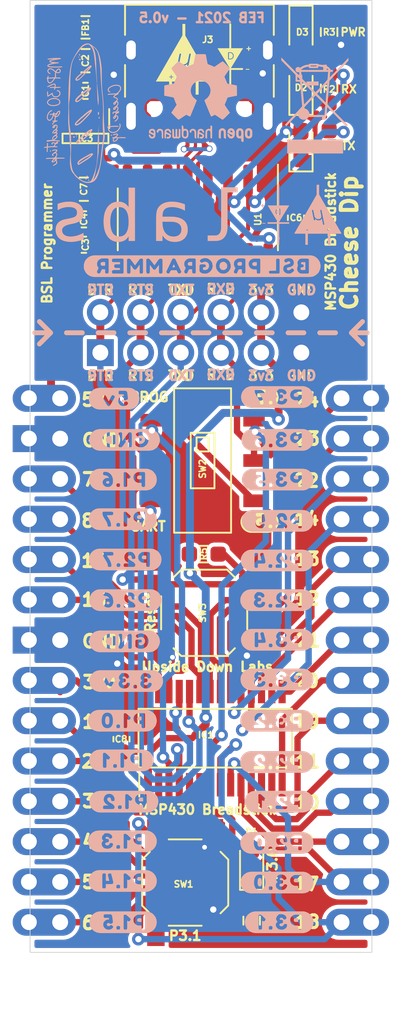
<source format=kicad_pcb>
(kicad_pcb (version 20171130) (host pcbnew 5.1.9-1.fc32)
  (title_block (title "MSP430 BreadStick CheeseDip") (date 2021-02-18) (rev v0.5) (company "Upside Down Labs") (comment 2 "Ultra Low power development board") (comment 3 "MSP430G2553 + CH340C") (comment 4 "MSP430 Development Board"))
  (layers (0 F.Cu signal) (31 B.Cu signal) (34 B.Paste user) (35 F.Paste user) (36 B.SilkS user) (37 F.SilkS user) (38 B.Mask user) (39 F.Mask user) (44 Edge.Cuts user))
  (net 0 "")
  (net 1 GND)
  (net 2 "Net-(D1-Pad1)")
  (net 3 "Net-(D2-Pad1)")
  (net 4 "Net-(D3-Pad1)")
  (net 5 P2.3)
  (net 6 "Net-(D4-Pad1)")
  (net 7 "Net-(FB1-Pad2)")
  (net 8 P1.0)
  (net 9 P1.1)
  (net 10 P1.2)
  (net 11 P1.3)
  (net 12 P1.4)
  (net 13 P1.5)
  (net 14 P3.1)
  (net 15 P3.0)
  (net 16 P2.0)
  (net 17 P2.1)
  (net 18 P2.2)
  (net 19 P3.2)
  (net 20 P3.3)
  (net 21 P3.4)
  (net 22 P2.4)
  (net 23 P2.5)
  (net 24 P3.5)
  (net 25 P3.6)
  (net 26 P3.7)
  (net 27 P1.6)
  (net 28 P1.7)
  (net 29 P2.7)
  (net 30 P2.6)
  (net 31 RXD)
  (net 32 D+)
  (net 33 D-)
  (net 34 TXD)
  (net 35 DTR)
  (net 36 RTS)
  (net 37 V3)
  (net 38 +5V)
  (net 39 +3V3)
  (net 40 "Net-(IC3-Pad4)")
  (net 41 "Net-(U1-Pad7)")
  (net 42 "Net-(U1-Pad8)")
  (net 43 "Net-(U1-Pad9)")
  (net 44 "Net-(U1-Pad10)")
  (net 45 "Net-(U1-Pad11)")
  (net 46 "Net-(U1-Pad12)")
  (net 47 "Net-(U1-Pad15)")
  (net 48 "Net-(J3-PadB8)")
  (net 49 "Net-(J3-PadA5)")
  (net 50 "Net-(J3-PadA8)")
  (net 51 "Net-(J3-PadB5)")
  (module Capacitor_SMD:C_0603_1608Metric_Pad1.08x0.95mm_HandSolder (layer F.Cu) (at 140.925 103.0125 90)
    (fp_text reference C8 (at 0 -0.025 180) (layer F.SilkS) (effects (font (size 0.4 0.4) (thickness 0.1))))
    (fp_text value 100nF)
    (pad 2 smd roundrect (at 0.8625 0 90) (size 1.075 0.95) (layers F.Cu F.Paste F.Mask) (net 1 GND))
    (pad 1 smd roundrect (at -0.8625 0 90) (size 1.075 0.95) (layers F.Cu F.Paste F.Mask) (net 39 +3V3))
  )
  (module Connector_PinHeader_2.54mm:PinHeader_1x14_P2.54mm_Vertical (layer F.Cu) (at 135.075 81.525)
    (fp_text reference J5 hide)
    (fp_text value Conn_01x14)
    (pad 1 thru_hole oval (at 0 0) (size 1.7 1.7) (drill 1) (layers *.Cu *.Mask) (net 38 +5V))
    (pad 2 thru_hole oval (at 0 2.54) (size 1.7 1.7) (drill 1) (layers *.Cu *.Mask) (net 1 GND))
    (pad 3 thru_hole oval (at 0 5.08) (size 1.7 1.7) (drill 1) (layers *.Cu *.Mask) (net 27 P1.6))
    (pad 4 thru_hole oval (at 0 7.62) (size 1.7 1.7) (drill 1) (layers *.Cu *.Mask) (net 28 P1.7))
    (pad 5 thru_hole oval (at 0 10.16) (size 1.7 1.7) (drill 1) (layers *.Cu *.Mask) (net 29 P2.7))
    (pad 6 thru_hole oval (at 0 12.7) (size 1.7 1.7) (drill 1) (layers *.Cu *.Mask) (net 30 P2.6))
    (pad 7 thru_hole oval (at 0 15.24) (size 1.7 1.7) (drill 1) (layers *.Cu *.Mask) (net 1 GND))
    (pad 8 thru_hole oval (at 0 17.78) (size 1.7 1.7) (drill 1) (layers *.Cu *.Mask) (net 39 +3V3))
    (pad 9 thru_hole oval (at 0 20.32) (size 1.7 1.7) (drill 1) (layers *.Cu *.Mask) (net 8 P1.0))
    (pad 10 thru_hole oval (at 0 22.86) (size 1.7 1.7) (drill 1) (layers *.Cu *.Mask) (net 9 P1.1))
    (pad 11 thru_hole oval (at 0 25.4) (size 1.7 1.7) (drill 1) (layers *.Cu *.Mask) (net 10 P1.2))
    (pad 12 thru_hole oval (at 0 27.94) (size 1.7 1.7) (drill 1) (layers *.Cu *.Mask) (net 11 P1.3))
    (pad 13 thru_hole oval (at 0 30.48) (size 1.7 1.7) (drill 1) (layers *.Cu *.Mask) (net 12 P1.4))
    (pad 14 thru_hole oval (at 0 33.02) (size 1.7 1.7) (drill 1) (layers *.Cu *.Mask) (net 13 P1.5))
  )
  (module Connector_PinHeader_2.54mm:PinHeader_1x14_P2.54mm_Vertical (layer F.Cu) (at 156.7 81.525)
    (fp_text reference J2 hide)
    (fp_text value Conn_01x14)
    (pad 1 thru_hole rect (at 0 0) (size 1.7 1.7) (drill 1) (layers *.Cu *.Mask) (net 26 P3.7))
    (pad 2 thru_hole oval (at 0 2.54) (size 1.7 1.7) (drill 1) (layers *.Cu *.Mask) (net 25 P3.6))
    (pad 3 thru_hole oval (at 0 5.08) (size 1.7 1.7) (drill 1) (layers *.Cu *.Mask) (net 24 P3.5))
    (pad 4 thru_hole oval (at 0 7.62) (size 1.7 1.7) (drill 1) (layers *.Cu *.Mask) (net 23 P2.5))
    (pad 5 thru_hole oval (at 0 10.16) (size 1.7 1.7) (drill 1) (layers *.Cu *.Mask) (net 22 P2.4))
    (pad 6 thru_hole oval (at 0 12.7) (size 1.7 1.7) (drill 1) (layers *.Cu *.Mask) (net 5 P2.3))
    (pad 7 thru_hole oval (at 0 15.24) (size 1.7 1.7) (drill 1) (layers *.Cu *.Mask) (net 21 P3.4))
    (pad 8 thru_hole oval (at 0 17.78) (size 1.7 1.7) (drill 1) (layers *.Cu *.Mask) (net 20 P3.3))
    (pad 9 thru_hole oval (at 0 20.32) (size 1.7 1.7) (drill 1) (layers *.Cu *.Mask) (net 19 P3.2))
    (pad 10 thru_hole oval (at 0 22.86) (size 1.7 1.7) (drill 1) (layers *.Cu *.Mask) (net 18 P2.2))
    (pad 11 thru_hole oval (at 0 25.4) (size 1.7 1.7) (drill 1) (layers *.Cu *.Mask) (net 17 P2.1))
    (pad 12 thru_hole oval (at 0 27.94) (size 1.7 1.7) (drill 1) (layers *.Cu *.Mask) (net 16 P2.0))
    (pad 13 thru_hole oval (at 0 30.48) (size 1.7 1.7) (drill 1) (layers *.Cu *.Mask) (net 15 P3.0))
    (pad 14 thru_hole oval (at 0 33.02) (size 1.7 1.7) (drill 1) (layers *.Cu *.Mask) (net 14 P3.1))
  )
  (module Symbol:WEEE-Logo_4.2x6mm_SilkScreen (layer B.Cu) (at 153.15 63.075 180)
    (fp_text reference REF** hide)
    (fp_text value WEEE-Logo_4.2x6mm_SilkScreen hide)
  )
  (module Symbol:OSHW-Logo2_7.3x6mm_SilkScreen (layer B.Cu) (at 145.925 62.6 180)
    (fp_text reference REF** hide)
    (fp_text value OSHW-Logo2_7.3x6mm_SilkScreen hide)
  )
  (module udlabs:cheeseDip_small (layer B.Cu) (at 138.65 63.55)
    (fp_text reference G*** hide)
    (fp_text value LOGO hide)
  )
  (module buzzard_labels (layer B.Cu) (at 153.5 73.2 180)
    (fp_text reference "" (at 0 0) (layer B.SilkS) (effects (font (size 1.27 1.27)) (justify mirror)))
    (fp_text value "" (at 0 0) (layer B.SilkS) (effects (font (size 1.27 1.27)) (justify mirror)))
  )
  (module udlabs:udlabs_18.1x3.8 (layer B.Cu) (at 145.8 69.95 180)
    (fp_text reference G*** hide)
    (fp_text value LOGO hide)
  )
  (module udlabs:udlabs_6.0x4.5_LOGO_fs (layer F.Cu) (at 146.1 60.15)
    (fp_text reference G*** hide)
    (fp_text value LOGO hide)
  )
  (module buzzard_labels (layer F.Cu) (at 148.45 89.325)
    (fp_text reference "" (at 0 0) (layer F.SilkS) (effects (font (size 1.27 1.27))))
    (fp_text value "" (at 0 0) (layer F.SilkS) (effects (font (size 1.27 1.27))))
  )
  (module buzzard_labels (layer F.Cu) (at 148.55 81.475)
    (fp_text reference "" (at 0 0) (layer F.SilkS) (effects (font (size 1.27 1.27))))
    (fp_text value "" (at 0 0) (layer F.SilkS) (effects (font (size 1.27 1.27))))
  )
  (module buzzard_labels (layer B.Cu) (at 153.05 114.55 180)
    (fp_text reference "" (at 0 0) (layer B.SilkS) (effects (font (size 1.27 1.27)) (justify mirror)))
    (fp_text value "" (at 0 0) (layer B.SilkS) (effects (font (size 1.27 1.27)) (justify mirror)))
  )
  (module buzzard_labels (layer B.Cu) (at 153.05 112.05 180)
    (fp_text reference "" (at 0 0) (layer B.SilkS) (effects (font (size 1.27 1.27)) (justify mirror)))
    (fp_text value "" (at 0 0) (layer B.SilkS) (effects (font (size 1.27 1.27)) (justify mirror)))
  )
  (module buzzard_labels (layer B.Cu) (at 153.05 109.55 180)
    (fp_text reference "" (at 0 0) (layer B.SilkS) (effects (font (size 1.27 1.27)) (justify mirror)))
    (fp_text value "" (at 0 0) (layer B.SilkS) (effects (font (size 1.27 1.27)) (justify mirror)))
  )
  (module buzzard_labels (layer B.Cu) (at 153.05 106.95 180)
    (fp_text reference "" (at 0 0) (layer B.SilkS) (effects (font (size 1.27 1.27)) (justify mirror)))
    (fp_text value "" (at 0 0) (layer B.SilkS) (effects (font (size 1.27 1.27)) (justify mirror)))
  )
  (module buzzard_labels (layer B.Cu) (at 153.05 104.45 180)
    (fp_text reference "" (at 0 0) (layer B.SilkS) (effects (font (size 1.27 1.27)) (justify mirror)))
    (fp_text value "" (at 0 0) (layer B.SilkS) (effects (font (size 1.27 1.27)) (justify mirror)))
  )
  (module buzzard_labels (layer B.Cu) (at 153.05 101.85 180)
    (fp_text reference "" (at 0 0) (layer B.SilkS) (effects (font (size 1.27 1.27)) (justify mirror)))
    (fp_text value "" (at 0 0) (layer B.SilkS) (effects (font (size 1.27 1.27)) (justify mirror)))
  )
  (module buzzard_labels (layer B.Cu) (at 153.05 99.25 180)
    (fp_text reference "" (at 0 0) (layer B.SilkS) (effects (font (size 1.27 1.27)) (justify mirror)))
    (fp_text value "" (at 0 0) (layer B.SilkS) (effects (font (size 1.27 1.27)) (justify mirror)))
  )
  (module buzzard_labels (layer B.Cu) (at 153.05 96.75 180)
    (fp_text reference "" (at 0 0) (layer B.SilkS) (effects (font (size 1.27 1.27)) (justify mirror)))
    (fp_text value "" (at 0 0) (layer B.SilkS) (effects (font (size 1.27 1.27)) (justify mirror)))
  )
  (module buzzard_labels (layer B.Cu) (at 153.05 94.25 180)
    (fp_text reference "" (at 0 0) (layer B.SilkS) (effects (font (size 1.27 1.27)) (justify mirror)))
    (fp_text value "" (at 0 0) (layer B.SilkS) (effects (font (size 1.27 1.27)) (justify mirror)))
  )
  (module buzzard_labels (layer B.Cu) (at 153.05 91.75 180)
    (fp_text reference "" (at 0 0) (layer B.SilkS) (effects (font (size 1.27 1.27)) (justify mirror)))
    (fp_text value "" (at 0 0) (layer B.SilkS) (effects (font (size 1.27 1.27)) (justify mirror)))
  )
  (module buzzard_labels (layer B.Cu) (at 153.05 89.25 180)
    (fp_text reference "" (at 0 0) (layer B.SilkS) (effects (font (size 1.27 1.27)) (justify mirror)))
    (fp_text value "" (at 0 0) (layer B.SilkS) (effects (font (size 1.27 1.27)) (justify mirror)))
  )
  (module buzzard_labels (layer B.Cu) (at 153.05 86.65 180)
    (fp_text reference "" (at 0 0) (layer B.SilkS) (effects (font (size 1.27 1.27)) (justify mirror)))
    (fp_text value "" (at 0 0) (layer B.SilkS) (effects (font (size 1.27 1.27)) (justify mirror)))
  )
  (module buzzard_labels (layer B.Cu) (at 153.05 84.15 180)
    (fp_text reference "" (at 0 0) (layer B.SilkS) (effects (font (size 1.27 1.27)) (justify mirror)))
    (fp_text value "" (at 0 0) (layer B.SilkS) (effects (font (size 1.27 1.27)) (justify mirror)))
  )
  (module buzzard_labels (layer B.Cu) (at 153.05 81.45 180)
    (fp_text reference "" (at 0 0) (layer B.SilkS) (effects (font (size 1.27 1.27)) (justify mirror)))
    (fp_text value "" (at 0 0) (layer B.SilkS) (effects (font (size 1.27 1.27)) (justify mirror)))
  )
  (module buzzard_labels (layer B.Cu) (at 143.15 114.55 180)
    (fp_text reference "" (at 0 0) (layer B.SilkS) (effects (font (size 1.27 1.27)) (justify mirror)))
    (fp_text value "" (at 0 0) (layer B.SilkS) (effects (font (size 1.27 1.27)) (justify mirror)))
  )
  (module buzzard_labels (layer B.Cu) (at 143.15 111.95 180)
    (fp_text reference "" (at 0 0) (layer B.SilkS) (effects (font (size 1.27 1.27)) (justify mirror)))
    (fp_text value "" (at 0 0) (layer B.SilkS) (effects (font (size 1.27 1.27)) (justify mirror)))
  )
  (module buzzard_labels (layer B.Cu) (at 143.25 106.95 180)
    (fp_text reference "" (at 0 0) (layer B.SilkS) (effects (font (size 1.27 1.27)) (justify mirror)))
    (fp_text value "" (at 0 0) (layer B.SilkS) (effects (font (size 1.27 1.27)) (justify mirror)))
  )
  (module buzzard_labels (layer B.Cu) (at 143.15 109.45 180)
    (fp_text reference "" (at 0 0) (layer B.SilkS) (effects (font (size 1.27 1.27)) (justify mirror)))
    (fp_text value "" (at 0 0) (layer B.SilkS) (effects (font (size 1.27 1.27)) (justify mirror)))
  )
  (module buzzard_labels (layer B.Cu) (at 142.95 104.35 180)
    (fp_text reference "" (at 0 0) (layer B.SilkS) (effects (font (size 1.27 1.27)) (justify mirror)))
    (fp_text value "" (at 0 0) (layer B.SilkS) (effects (font (size 1.27 1.27)) (justify mirror)))
  )
  (module buzzard_labels (layer B.Cu) (at 143.15 101.85 180)
    (fp_text reference "" (at 0 0) (layer B.SilkS) (effects (font (size 1.27 1.27)) (justify mirror)))
    (fp_text value "" (at 0 0) (layer B.SilkS) (effects (font (size 1.27 1.27)) (justify mirror)))
  )
  (module buzzard_labels (layer B.Cu) (at 143.55 99.35 180)
    (fp_text reference "" (at 0 0) (layer B.SilkS) (effects (font (size 1.27 1.27)) (justify mirror)))
    (fp_text value "" (at 0 0) (layer B.SilkS) (effects (font (size 1.27 1.27)) (justify mirror)))
  )
  (module buzzard_labels (layer B.Cu) (at 143.45 94.25 180)
    (fp_text reference "" (at 0 0) (layer B.SilkS) (effects (font (size 1.27 1.27)) (justify mirror)))
    (fp_text value "" (at 0 0) (layer B.SilkS) (effects (font (size 1.27 1.27)) (justify mirror)))
  )
  (module buzzard_labels (layer B.Cu) (at 143.45 91.69 180)
    (fp_text reference "" (at 0 0) (layer B.SilkS) (effects (font (size 1.27 1.27)) (justify mirror)))
    (fp_text value "" (at 0 0) (layer B.SilkS) (effects (font (size 1.27 1.27)) (justify mirror)))
  )
  (module buzzard_labels (layer B.Cu) (at 143.15 89.15 180)
    (fp_text reference "" (at 0 0) (layer B.SilkS) (effects (font (size 1.27 1.27)) (justify mirror)))
    (fp_text value "" (at 0 0) (layer B.SilkS) (effects (font (size 1.27 1.27)) (justify mirror)))
  )
  (module buzzard_labels (layer B.Cu) (at 143.15 86.65 180)
    (fp_text reference "" (at 0 0) (layer B.SilkS) (effects (font (size 1.27 1.27)) (justify mirror)))
    (fp_text value "" (at 0 0) (layer B.SilkS) (effects (font (size 1.27 1.27)) (justify mirror)))
  )
  (module buzzard_labels (layer B.Cu) (at 142.05 81.55 180)
    (fp_text reference "" (at 0 0) (layer B.SilkS) (effects (font (size 1.27 1.27)) (justify mirror)))
    (fp_text value "" (at 0 0) (layer B.SilkS) (effects (font (size 1.27 1.27)) (justify mirror)))
  )
  (module buzzard_labels (layer B.Cu) (at 143.35 96.85 180)
    (fp_text reference "" (at 0 0) (layer B.SilkS) (effects (font (size 1.27 1.27)) (justify mirror)))
    (fp_text value "" (at 0 0) (layer B.SilkS) (effects (font (size 1.27 1.27)) (justify mirror)))
  )
  (module buzzard_labels (layer B.Cu) (at 143.35 84.15 180)
    (fp_text reference "" (at 0 0) (layer B.SilkS) (effects (font (size 1.27 1.27)) (justify mirror)))
    (fp_text value "" (at 0 0) (layer B.SilkS) (effects (font (size 1.27 1.27)) (justify mirror)))
  )
  (module Connector_USB:USB_C_Receptacle_HRO_TYPE-C-31-M-12 (layer F.Cu) (at 145.85 60.625 180)
    (fp_text reference J3 (at -0.525 1.7) (layer F.SilkS) (effects (font (size 0.4 0.4) (thickness 0.1))))
    (fp_text value USB_C_Receptacle_USB2.0)
    (pad B1 smd rect (at 3.25 -4.045 180) (size 0.6 1.45) (layers F.Cu F.Paste F.Mask) (net 1 GND))
    (pad A9 smd rect (at 2.45 -4.045 180) (size 0.6 1.45) (layers F.Cu F.Paste F.Mask) (net 7 "Net-(FB1-Pad2)"))
    (pad B9 smd rect (at -2.45 -4.045 180) (size 0.6 1.45) (layers F.Cu F.Paste F.Mask) (net 7 "Net-(FB1-Pad2)"))
    (pad B12 smd rect (at -3.25 -4.045 180) (size 0.6 1.45) (layers F.Cu F.Paste F.Mask) (net 1 GND))
    (pad A1 smd rect (at -3.25 -4.045 180) (size 0.6 1.45) (layers F.Cu F.Paste F.Mask) (net 1 GND))
    (pad A4 smd rect (at -2.45 -4.045 180) (size 0.6 1.45) (layers F.Cu F.Paste F.Mask) (net 7 "Net-(FB1-Pad2)"))
    (pad B4 smd rect (at 2.45 -4.045 180) (size 0.6 1.45) (layers F.Cu F.Paste F.Mask) (net 7 "Net-(FB1-Pad2)"))
    (pad A12 smd rect (at 3.25 -4.045 180) (size 0.6 1.45) (layers F.Cu F.Paste F.Mask) (net 1 GND))
    (pad B8 smd rect (at -1.75 -4.045 180) (size 0.3 1.45) (layers F.Cu F.Paste F.Mask) (net 48 "Net-(J3-PadB8)"))
    (pad A5 smd rect (at -1.25 -4.045 180) (size 0.3 1.45) (layers F.Cu F.Paste F.Mask) (net 49 "Net-(J3-PadA5)"))
    (pad B7 smd rect (at -0.75 -4.045 180) (size 0.3 1.45) (layers F.Cu F.Paste F.Mask) (net 33 D-))
    (pad A7 smd rect (at 0.25 -4.045 180) (size 0.3 1.45) (layers F.Cu F.Paste F.Mask) (net 33 D-))
    (pad B6 smd rect (at 0.75 -4.045 180) (size 0.3 1.45) (layers F.Cu F.Paste F.Mask) (net 32 D+))
    (pad A8 smd rect (at 1.25 -4.045 180) (size 0.3 1.45) (layers F.Cu F.Paste F.Mask) (net 50 "Net-(J3-PadA8)"))
    (pad B5 smd rect (at 1.75 -4.045 180) (size 0.3 1.45) (layers F.Cu F.Paste F.Mask) (net 51 "Net-(J3-PadB5)"))
    (pad A6 smd rect (at -0.25 -4.045 180) (size 0.3 1.45) (layers F.Cu F.Paste F.Mask) (net 32 D+))
    (pad S1 thru_hole oval (at 4.32 -3.13 180) (size 1 2.1) (drill oval 0.6 1.7) (layers *.Cu *.Mask) (net 1 GND))
    (pad S1 thru_hole oval (at -4.32 -3.13 180) (size 1 2.1) (drill oval 0.6 1.7) (layers *.Cu *.Mask) (net 1 GND))
    (pad "" np_thru_hole circle (at -2.89 -2.6 180) (size 0.65 0.65) (drill 0.65) (layers *.Cu *.Mask))
    (pad S1 thru_hole oval (at -4.32 1.05 180) (size 1 1.6) (drill oval 0.6 1.2) (layers *.Cu *.Mask) (net 1 GND))
    (pad "" np_thru_hole circle (at 2.89 -2.6 180) (size 0.65 0.65) (drill 0.65) (layers *.Cu *.Mask))
    (pad S1 thru_hole oval (at 4.32 1.05 180) (size 1 1.6) (drill oval 0.6 1.2) (layers *.Cu *.Mask) (net 1 GND))
  )
  (module Connector_PinHeader_2.54mm:PinHeader_1x14_P2.54mm_Vertical (layer F.Cu) (at 137.05 81.53)
    (fp_text reference J5 hide)
    (fp_text value Conn_01x14)
    (pad 14 thru_hole oval (at 0 33.02) (size 4 1.7) (drill 1 (offset -1 0)) (layers *.Cu *.Mask) (net 13 P1.5))
    (pad 13 thru_hole oval (at 0 30.48) (size 4 1.7) (drill 1 (offset -1 0)) (layers *.Cu *.Mask) (net 12 P1.4))
    (pad 12 thru_hole oval (at 0 27.94) (size 4 1.7) (drill 1 (offset -1 0)) (layers *.Cu *.Mask) (net 11 P1.3))
    (pad 11 thru_hole oval (at 0 25.4) (size 4 1.7) (drill 1 (offset -1 0)) (layers *.Cu *.Mask) (net 10 P1.2))
    (pad 10 thru_hole oval (at 0 22.86) (size 4 1.7) (drill 1 (offset -1 0)) (layers *.Cu *.Mask) (net 9 P1.1))
    (pad 9 thru_hole oval (at 0 20.32) (size 4 1.7) (drill 1 (offset -1 0)) (layers *.Cu *.Mask) (net 8 P1.0))
    (pad 8 thru_hole oval (at 0 17.78) (size 4 1.7) (drill 1 (offset -1 0)) (layers *.Cu *.Mask) (net 39 +3V3))
    (pad 7 thru_hole rect (at 0 15.24) (size 4 1.7) (drill 1 (offset -1 0)) (layers *.Cu *.Mask) (net 1 GND))
    (pad 6 thru_hole oval (at 0 12.7) (size 4 1.7) (drill 1 (offset -1 0)) (layers *.Cu *.Mask) (net 30 P2.6))
    (pad 5 thru_hole oval (at 0 10.16) (size 4 1.7) (drill 1 (offset -1 0)) (layers *.Cu *.Mask) (net 29 P2.7))
    (pad 4 thru_hole oval (at 0 7.62) (size 4 1.7) (drill 1 (offset -1 0)) (layers *.Cu *.Mask) (net 28 P1.7))
    (pad 3 thru_hole oval (at 0 5.08) (size 4 1.7) (drill 1 (offset -1 0)) (layers *.Cu *.Mask) (net 27 P1.6))
    (pad 2 thru_hole rect (at 0 2.54) (size 4 1.7) (drill 1 (offset -1 0)) (layers *.Cu *.Mask) (net 1 GND))
    (pad 1 thru_hole oval (at 0 0) (size 4 1.7) (drill 1 (offset -1 0)) (layers *.Cu *.Mask) (net 38 +5V))
  )
  (module Connector_PinHeader_2.54mm:PinHeader_1x14_P2.54mm_Vertical (layer F.Cu) (at 154.83 81.53)
    (fp_text reference J2 hide)
    (fp_text value Conn_01x14)
    (pad 14 thru_hole oval (at 0 33.02) (size 4 1.7) (drill 1 (offset 1 0)) (layers *.Cu *.Mask) (net 14 P3.1))
    (pad 13 thru_hole oval (at 0 30.48) (size 4 1.7) (drill 1 (offset 1 0)) (layers *.Cu *.Mask) (net 15 P3.0))
    (pad 12 thru_hole oval (at 0 27.94) (size 4 1.7) (drill 1 (offset 1 0)) (layers *.Cu *.Mask) (net 16 P2.0))
    (pad 11 thru_hole oval (at 0 25.4) (size 4 1.7) (drill 1 (offset 1 0)) (layers *.Cu *.Mask) (net 17 P2.1))
    (pad 10 thru_hole oval (at 0 22.86) (size 4 1.7) (drill 1 (offset 1 0)) (layers *.Cu *.Mask) (net 18 P2.2))
    (pad 9 thru_hole oval (at 0 20.32) (size 4 1.7) (drill 1 (offset 1 0)) (layers *.Cu *.Mask) (net 19 P3.2))
    (pad 8 thru_hole oval (at 0 17.78) (size 4 1.7) (drill 1 (offset 1 0)) (layers *.Cu *.Mask) (net 20 P3.3))
    (pad 7 thru_hole oval (at 0 15.24) (size 4 1.7) (drill 1 (offset 1 0)) (layers *.Cu *.Mask) (net 21 P3.4))
    (pad 6 thru_hole oval (at 0 12.7) (size 4 1.7) (drill 1 (offset 1 0)) (layers *.Cu *.Mask) (net 5 P2.3))
    (pad 5 thru_hole oval (at 0 10.16) (size 4 1.7) (drill 1 (offset 1 0)) (layers *.Cu *.Mask) (net 22 P2.4))
    (pad 4 thru_hole oval (at 0 7.62) (size 4 1.7) (drill 1 (offset 1 0)) (layers *.Cu *.Mask) (net 23 P2.5))
    (pad 3 thru_hole oval (at 0 5.08) (size 4 1.7) (drill 1 (offset 1 0)) (layers *.Cu *.Mask) (net 24 P3.5))
    (pad 2 thru_hole oval (at 0 2.54) (size 4 1.7) (drill 1 (offset 1 0)) (layers *.Cu *.Mask) (net 25 P3.6))
    (pad 1 thru_hole oval (at 0 0) (size 4 1.7) (drill 1 (offset 1 0)) (layers *.Cu *.Mask) (net 26 P3.7))
  )
  (module Capacitor_SMD:C_0603_1608Metric_Pad1.08x0.95mm_HandSolder (layer F.Cu) (at 138.55 70.25)
    (fp_text reference C4 (at 0 0 90) (layer F.SilkS) (effects (font (size 0.4 0.4) (thickness 0.1))))
    (fp_text value 100nF)
    (pad 2 smd roundrect (at 0.8625 0) (size 1.075 0.95) (layers F.Cu F.Paste F.Mask) (net 1 GND))
    (pad 1 smd roundrect (at -0.8625 0) (size 1.075 0.95) (layers F.Cu F.Paste F.Mask) (net 39 +3V3))
  )
  (module udlabs:progMSP (layer F.Cu) (at 139.59 78.65 90)
    (fp_text reference J1 hide)
    (fp_text value Conn_02x06_Counter_Clockwise)
    (pad 12 thru_hole oval (at 2.54 12.7 90) (size 1.7 1.7) (drill 1) (layers *.Cu *.Mask) (net 1 GND))
    (pad 11 thru_hole oval (at 0 12.7 90) (size 1.7 1.7) (drill 1) (layers *.Cu *.Mask) (net 1 GND))
    (pad 10 thru_hole oval (at 2.54 10.16 90) (size 1.7 1.7) (drill 1) (layers *.Cu *.Mask) (net 39 +3V3))
    (pad 9 thru_hole oval (at 0 10.16 90) (size 1.7 1.7) (drill 1) (layers *.Cu *.Mask) (net 39 +3V3))
    (pad 8 thru_hole oval (at 2.54 7.62 90) (size 1.7 1.7) (drill 1) (layers *.Cu *.Mask) (net 34 TXD))
    (pad 7 thru_hole oval (at 0 7.62 90) (size 1.7 1.7) (drill 1) (layers *.Cu *.Mask) (net 34 TXD))
    (pad 6 thru_hole oval (at 2.54 5.08 90) (size 1.7 1.7) (drill 1) (layers *.Cu *.Mask) (net 36 RTS))
    (pad 5 thru_hole oval (at 0 5.08 90) (size 1.7 1.7) (drill 1) (layers *.Cu *.Mask) (net 36 RTS))
    (pad 4 thru_hole oval (at 2.54 2.54 90) (size 1.7 1.7) (drill 1) (layers *.Cu *.Mask) (net 31 RXD))
    (pad 3 thru_hole oval (at 0 2.54 90) (size 1.7 1.7) (drill 1) (layers *.Cu *.Mask) (net 31 RXD))
    (pad 2 thru_hole oval (at 2.54 0 90) (size 1.7 1.7) (drill 1) (layers *.Cu *.Mask) (net 35 DTR))
    (pad 1 thru_hole rect (at 0 0 90) (size 1.7 1.7) (drill 1) (layers *.Cu *.Mask) (net 35 DTR))
  )
  (module Package_SO:SOIC-16_3.9x9.9mm_P1.27mm (layer F.Cu) (at 145.75 70.25 270)
    (fp_text reference U1 (at 0 -3.8 90) (layer F.SilkS) (effects (font (size 0.4 0.4) (thickness 0.1))))
    (fp_text value CH340C)
    (pad 1 smd roundrect (at -2.475 -4.445 270) (size 1.95 0.6) (layers F.Cu F.Paste F.Mask) (net 1 GND))
    (pad 2 smd roundrect (at -2.475 -3.175 270) (size 1.95 0.6) (layers F.Cu F.Paste F.Mask) (net 34 TXD))
    (pad 3 smd roundrect (at -2.475 -1.905 270) (size 1.95 0.6) (layers F.Cu F.Paste F.Mask) (net 31 RXD))
    (pad 4 smd roundrect (at -2.475 -0.635 270) (size 1.95 0.6) (layers F.Cu F.Paste F.Mask) (net 37 V3))
    (pad 5 smd roundrect (at -2.475 0.635 270) (size 1.95 0.6) (layers F.Cu F.Paste F.Mask) (net 32 D+))
    (pad 6 smd roundrect (at -2.475 1.905 270) (size 1.95 0.6) (layers F.Cu F.Paste F.Mask) (net 33 D-))
    (pad 7 smd roundrect (at -2.475 3.175 270) (size 1.95 0.6) (layers F.Cu F.Paste F.Mask) (net 41 "Net-(U1-Pad7)"))
    (pad 8 smd roundrect (at -2.475 4.445 270) (size 1.95 0.6) (layers F.Cu F.Paste F.Mask) (net 42 "Net-(U1-Pad8)"))
    (pad 9 smd roundrect (at 2.475 4.445 270) (size 1.95 0.6) (layers F.Cu F.Paste F.Mask) (net 43 "Net-(U1-Pad9)"))
    (pad 10 smd roundrect (at 2.475 3.175 270) (size 1.95 0.6) (layers F.Cu F.Paste F.Mask) (net 44 "Net-(U1-Pad10)"))
    (pad 11 smd roundrect (at 2.475 1.905 270) (size 1.95 0.6) (layers F.Cu F.Paste F.Mask) (net 45 "Net-(U1-Pad11)"))
    (pad 12 smd roundrect (at 2.475 0.635 270) (size 1.95 0.6) (layers F.Cu F.Paste F.Mask) (net 46 "Net-(U1-Pad12)"))
    (pad 13 smd roundrect (at 2.475 -0.635 270) (size 1.95 0.6) (layers F.Cu F.Paste F.Mask) (net 35 DTR))
    (pad 14 smd roundrect (at 2.475 -1.905 270) (size 1.95 0.6) (layers F.Cu F.Paste F.Mask) (net 36 RTS))
    (pad 15 smd roundrect (at 2.475 -3.175 270) (size 1.95 0.6) (layers F.Cu F.Paste F.Mask) (net 47 "Net-(U1-Pad15)"))
    (pad 16 smd roundrect (at 2.475 -4.445 270) (size 1.95 0.6) (layers F.Cu F.Paste F.Mask) (net 39 +3V3))
  )
  (module udlabs:SS-3235S-L3 (layer F.Cu) (at 146.05 85.45 90)
    (fp_text reference SW2 (at -1.2 0 90) (layer F.SilkS) (effects (font (size 0.4 0.4) (thickness 0.1)) (justify left)))
    (fp_text value SS-3235S-L3 hide)
    (pad 6 smd rect (at 2.54 3.25 180) (size 1.35 0.8) (layers F.Cu F.Paste F.Mask) (net 13 P1.5))
    (pad 5 smd rect (at 0 3.25 180) (size 1.35 0.8) (layers F.Cu F.Paste F.Mask) (net 34 TXD))
    (pad 4 smd rect (at -2.54 3.25 180) (size 1.35 0.8) (layers F.Cu F.Paste F.Mask) (net 9 P1.1))
    (pad 3 smd rect (at 2.54 -3.25 180) (size 1.35 0.8) (layers F.Cu F.Paste F.Mask) (net 9 P1.1))
    (pad 2 smd rect (at 0 -3.25 180) (size 1.35 0.8) (layers F.Cu F.Paste F.Mask) (net 31 RXD))
    (pad 1 smd rect (at -2.54 -3.25 180) (size 1.35 0.8) (layers F.Cu F.Paste F.Mask) (net 10 P1.2))
  )
  (module Capacitor_SMD:C_0603_1608Metric_Pad1.08x0.95mm_HandSolder (layer F.Cu) (at 138.55 71.85 180)
    (fp_text reference C3 (at -0.1 0 270) (layer F.SilkS) (effects (font (size 0.4 0.4) (thickness 0.1))))
    (fp_text value 100nF)
    (pad 2 smd roundrect (at 0.8625 0 180) (size 1.075 0.95) (layers F.Cu F.Paste F.Mask) (net 1 GND))
    (pad 1 smd roundrect (at -0.8625 0 180) (size 1.075 0.95) (layers F.Cu F.Paste F.Mask) (net 37 V3))
  )
  (module LED_SMD:LED_0603_1608Metric_Pad1.05x0.95mm_HandSolder (layer F.Cu) (at 149.15 110.85 90)
    (fp_text reference D1 (at 2 0) (layer F.SilkS) (effects (font (size 0.4 0.4) (thickness 0.1))))
    (fp_text value "USR LED")
    (pad 1 smd roundrect (at -0.875 0 90) (size 1.05 0.95) (layers F.Cu F.Paste F.Mask) (net 2 "Net-(D1-Pad1)"))
    (pad 2 smd roundrect (at 0.875 0 90) (size 1.05 0.95) (layers F.Cu F.Paste F.Mask) (net 15 P3.0))
  )
  (module Resistor_SMD:R_0603_1608Metric_Pad0.98x0.95mm_HandSolder (layer F.Cu) (at 149.15 114.45 90)
    (fp_text reference R4 (at 0 0 180) (layer F.SilkS) (effects (font (size 0.4 0.4) (thickness 0.1))))
    (fp_text value 1k)
    (pad 1 smd roundrect (at -0.9125 0 90) (size 0.975 0.95) (layers F.Cu F.Paste F.Mask) (net 1 GND))
    (pad 2 smd roundrect (at 0.9125 0 90) (size 0.975 0.95) (layers F.Cu F.Paste F.Mask) (net 2 "Net-(D1-Pad1)"))
  )
  (module Capacitor_SMD:C_0603_1608Metric_Pad1.08x0.95mm_HandSolder (layer F.Cu) (at 151.95 70.15 270)
    (fp_text reference C6 (at 0 0) (layer F.SilkS) (effects (font (size 0.4 0.4) (thickness 0.1))))
    (fp_text value 100nF)
    (pad 2 smd roundrect (at 0.8625 0 270) (size 1.075 0.95) (layers F.Cu F.Paste F.Mask) (net 39 +3V3))
    (pad 1 smd roundrect (at -0.8625 0 270) (size 1.075 0.95) (layers F.Cu F.Paste F.Mask) (net 1 GND))
  )
  (module Capacitor_SMD:C_0603_1608Metric_Pad1.08x0.95mm_HandSolder (layer F.Cu) (at 138.65 62.15)
    (fp_text reference C1 (at 0 0 90) (layer F.SilkS) (effects (font (size 0.4 0.4) (thickness 0.1))))
    (fp_text value 100nF)
    (pad 2 smd roundrect (at 0.8625 0) (size 1.075 0.95) (layers F.Cu F.Paste F.Mask) (net 1 GND))
    (pad 1 smd roundrect (at -0.8625 0) (size 1.075 0.95) (layers F.Cu F.Paste F.Mask) (net 38 +5V))
  )
  (module Capacitor_SMD:C_0805_2012Metric_Pad1.18x1.45mm_HandSolder (layer F.Cu) (at 138.55 68.35 180)
    (fp_text reference C7 (at 0 0 90) (layer F.SilkS) (effects (font (size 0.4 0.4) (thickness 0.1))))
    (fp_text value 10uF)
    (pad 2 smd roundrect (at 1.0375 0 180) (size 1.175 1.45) (layers F.Cu F.Paste F.Mask) (roundrect_rratio 0.2127659574468085) (net 39 +3V3))
    (pad 1 smd roundrect (at -1.0375 0 180) (size 1.175 1.45) (layers F.Cu F.Paste F.Mask) (roundrect_rratio 0.2127659574468085) (net 1 GND))
  )
  (module Capacitor_SMD:C_0805_2012Metric_Pad1.18x1.45mm_HandSolder (layer F.Cu) (at 138.65 60.25 180)
    (fp_text reference C2 (at 0 0 90) (layer F.SilkS) (effects (font (size 0.4 0.4) (thickness 0.1))))
    (fp_text value 10uF)
    (pad 2 smd roundrect (at 1.0375 0 180) (size 1.175 1.45) (layers F.Cu F.Paste F.Mask) (roundrect_rratio 0.2127659574468085) (net 38 +5V))
    (pad 1 smd roundrect (at -1.0375 0 180) (size 1.175 1.45) (layers F.Cu F.Paste F.Mask) (roundrect_rratio 0.2127659574468085) (net 1 GND))
  )
  (module Resistor_SMD:R_0603_1608Metric_Pad0.98x0.95mm_HandSolder (layer F.Cu) (at 146.125 91.35 180)
    (fp_text reference R5 (at 0.006 0.01 90) (layer F.SilkS) (effects (font (size 0.4 0.4) (thickness 0.1))))
    (fp_text value 10k)
    (pad 2 smd roundrect (at 0.9125 0 180) (size 0.975 0.95) (layers F.Cu F.Paste F.Mask) (net 39 +3V3))
    (pad 1 smd roundrect (at -0.9125 0 180) (size 0.975 0.95) (layers F.Cu F.Paste F.Mask) (net 35 DTR))
  )
  (module Resistor_SMD:R_0603_1608Metric_Pad0.98x0.95mm_HandSolder (layer F.Cu) (at 154.044 58.442 90)
    (fp_text reference R3 (at -0.008 0.006 180) (layer F.SilkS) (effects (font (size 0.4 0.4) (thickness 0.1))))
    (fp_text value 1k)
    (pad 2 smd roundrect (at 0.9125 0 90) (size 0.975 0.95) (layers F.Cu F.Paste F.Mask) (net 4 "Net-(D3-Pad1)"))
    (pad 1 smd roundrect (at -0.9125 0 90) (size 0.975 0.95) (layers F.Cu F.Paste F.Mask) (net 1 GND))
  )
  (module Resistor_SMD:R_0603_1608Metric_Pad0.98x0.95mm_HandSolder (layer F.Cu) (at 154.044 62.006 270)
    (fp_text reference R2 (at 0.044 0 180) (layer F.SilkS) (effects (font (size 0.4 0.4) (thickness 0.1))))
    (fp_text value 1k)
    (pad 2 smd roundrect (at 0.9125 0 270) (size 0.975 0.95) (layers F.Cu F.Paste F.Mask) (net 3 "Net-(D2-Pad1)"))
    (pad 1 smd roundrect (at -0.9125 0 270) (size 0.975 0.95) (layers F.Cu F.Paste F.Mask) (net 31 RXD))
  )
  (module Resistor_SMD:R_0603_1608Metric_Pad0.98x0.95mm_HandSolder (layer F.Cu) (at 154.044 65.57 270)
    (fp_text reference R1 (at -0.02 -0.006 180) (layer F.SilkS) (effects (font (size 0.4 0.4) (thickness 0.1))))
    (fp_text value 1k)
    (pad 2 smd roundrect (at 0.9125 0 270) (size 0.975 0.95) (layers F.Cu F.Paste F.Mask) (net 6 "Net-(D4-Pad1)"))
    (pad 1 smd roundrect (at -0.9125 0 270) (size 0.975 0.95) (layers F.Cu F.Paste F.Mask) (net 34 TXD))
  )
  (module Button_Switch_SMD:SW_SPST_SKQG_WithStem (layer F.Cu) (at 146.15 95.05)
    (fp_text reference SW3 (at -0.1 0 90) (layer F.SilkS) (effects (font (size 0.4 0.4) (thickness 0.1))))
    (fp_text value SW_SPST)
    (pad 2 smd rect (at 3.1 1.85) (size 1.8 1.1) (layers F.Cu F.Paste F.Mask) (net 1 GND))
    (pad 2 smd rect (at -3.1 1.85) (size 1.8 1.1) (layers F.Cu F.Paste F.Mask) (net 1 GND))
    (pad 1 smd rect (at 3.1 -1.85) (size 1.8 1.1) (layers F.Cu F.Paste F.Mask) (net 35 DTR))
    (pad 1 smd rect (at -3.1 -1.85) (size 1.8 1.1) (layers F.Cu F.Paste F.Mask) (net 35 DTR))
  )
  (module Button_Switch_SMD:SW_SPST_SKQG_WithStem (layer F.Cu) (at 144.95 112.05 90)
    (fp_text reference SW1 (at -0.1 -0.1) (layer F.SilkS) (effects (font (size 0.4 0.4) (thickness 0.1))))
    (fp_text value SW_SPST)
    (pad 2 smd rect (at 3.1 1.85 90) (size 1.8 1.1) (layers F.Cu F.Paste F.Mask) (net 1 GND))
    (pad 2 smd rect (at -3.1 1.85 90) (size 1.8 1.1) (layers F.Cu F.Paste F.Mask) (net 1 GND))
    (pad 1 smd rect (at 3.1 -1.85 90) (size 1.8 1.1) (layers F.Cu F.Paste F.Mask) (net 14 P3.1))
    (pad 1 smd rect (at -3.1 -1.85 90) (size 1.8 1.1) (layers F.Cu F.Paste F.Mask) (net 14 P3.1))
  )
  (module udlabs:TLV74033PDBVR (layer F.Cu) (at 138.65 65.15 270)
    (fp_text reference IC3 (at 0 0) (layer F.SilkS) (effects (font (size 0.4 0.4) (thickness 0.1))))
    (fp_text value "TLV74033PDBVR / ME6211" hide)
    (pad 5 smd rect (at 1.25 -0.95) (size 0.6 1.2) (layers F.Cu F.Paste F.Mask) (net 39 +3V3))
    (pad 4 smd rect (at 1.25 0.95) (size 0.6 1.2) (layers F.Cu F.Paste F.Mask) (net 40 "Net-(IC3-Pad4)"))
    (pad 3 smd rect (at -1.25 0.95) (size 0.6 1.2) (layers F.Cu F.Paste F.Mask) (net 38 +5V))
    (pad 2 smd rect (at -1.25 0) (size 0.6 1.2) (layers F.Cu F.Paste F.Mask) (net 1 GND))
    (pad 1 smd rect (at -1.25 -0.95) (size 0.6 1.2) (layers F.Cu F.Paste F.Mask) (net 38 +5V))
  )
  (module udlabs:MSP430G2553IPW28 (layer F.Cu) (at 146.85 102.95 90)
    (fp_text reference IC1 (at 0.2 -0.6) (layer F.SilkS) (effects (font (size 0.4 0.4) (thickness 0.1))))
    (fp_text value MSP430G2553IPW28 hide)
    (pad 1 smd rect (at -2.938 -4.225 180) (size 0.45 1.475) (layers F.Cu F.Paste F.Mask) (net 39 +3V3))
    (pad 2 smd rect (at -2.938 -3.575 180) (size 0.45 1.475) (layers F.Cu F.Paste F.Mask) (net 8 P1.0))
    (pad 3 smd rect (at -2.938 -2.925 180) (size 0.45 1.475) (layers F.Cu F.Paste F.Mask) (net 9 P1.1))
    (pad 4 smd rect (at -2.938 -2.275 180) (size 0.45 1.475) (layers F.Cu F.Paste F.Mask) (net 10 P1.2))
    (pad 5 smd rect (at -2.938 -1.625 180) (size 0.45 1.475) (layers F.Cu F.Paste F.Mask) (net 11 P1.3))
    (pad 6 smd rect (at -2.938 -0.975 180) (size 0.45 1.475) (layers F.Cu F.Paste F.Mask) (net 12 P1.4))
    (pad 7 smd rect (at -2.938 -0.325 180) (size 0.45 1.475) (layers F.Cu F.Paste F.Mask) (net 13 P1.5))
    (pad 8 smd rect (at -2.938 0.325 180) (size 0.45 1.475) (layers F.Cu F.Paste F.Mask) (net 14 P3.1))
    (pad 9 smd rect (at -2.938 0.975 180) (size 0.45 1.475) (layers F.Cu F.Paste F.Mask) (net 15 P3.0))
    (pad 10 smd rect (at -2.938 1.625 180) (size 0.45 1.475) (layers F.Cu F.Paste F.Mask) (net 16 P2.0))
    (pad 11 smd rect (at -2.938 2.275 180) (size 0.45 1.475) (layers F.Cu F.Paste F.Mask) (net 17 P2.1))
    (pad 12 smd rect (at -2.938 2.925 180) (size 0.45 1.475) (layers F.Cu F.Paste F.Mask) (net 18 P2.2))
    (pad 13 smd rect (at -2.938 3.575 180) (size 0.45 1.475) (layers F.Cu F.Paste F.Mask) (net 19 P3.2))
    (pad 14 smd rect (at -2.938 4.225 180) (size 0.45 1.475) (layers F.Cu F.Paste F.Mask) (net 20 P3.3))
    (pad 15 smd rect (at 2.938 4.225 180) (size 0.45 1.475) (layers F.Cu F.Paste F.Mask) (net 21 P3.4))
    (pad 16 smd rect (at 2.938 3.575 180) (size 0.45 1.475) (layers F.Cu F.Paste F.Mask) (net 5 P2.3))
    (pad 17 smd rect (at 2.938 2.925 180) (size 0.45 1.475) (layers F.Cu F.Paste F.Mask) (net 22 P2.4))
    (pad 18 smd rect (at 2.938 2.275 180) (size 0.45 1.475) (layers F.Cu F.Paste F.Mask) (net 23 P2.5))
    (pad 19 smd rect (at 2.938 1.625 180) (size 0.45 1.475) (layers F.Cu F.Paste F.Mask) (net 24 P3.5))
    (pad 20 smd rect (at 2.938 0.975 180) (size 0.45 1.475) (layers F.Cu F.Paste F.Mask) (net 25 P3.6))
    (pad 21 smd rect (at 2.938 0.325 180) (size 0.45 1.475) (layers F.Cu F.Paste F.Mask) (net 26 P3.7))
    (pad 22 smd rect (at 2.938 -0.325 180) (size 0.45 1.475) (layers F.Cu F.Paste F.Mask) (net 27 P1.6))
    (pad 23 smd rect (at 2.938 -0.975 180) (size 0.45 1.475) (layers F.Cu F.Paste F.Mask) (net 28 P1.7))
    (pad 24 smd rect (at 2.938 -1.625 180) (size 0.45 1.475) (layers F.Cu F.Paste F.Mask) (net 35 DTR))
    (pad 25 smd rect (at 2.938 -2.275 180) (size 0.45 1.475) (layers F.Cu F.Paste F.Mask) (net 36 RTS))
    (pad 26 smd rect (at 2.938 -2.925 180) (size 0.45 1.475) (layers F.Cu F.Paste F.Mask) (net 29 P2.7))
    (pad 27 smd rect (at 2.938 -3.575 180) (size 0.45 1.475) (layers F.Cu F.Paste F.Mask) (net 30 P2.6))
    (pad 28 smd rect (at 2.938 -4.225 180) (size 0.45 1.475) (layers F.Cu F.Paste F.Mask) (net 1 GND))
  )
  (module Inductor_SMD:L_0805_2012Metric_Pad1.15x1.40mm_HandSolder (layer F.Cu) (at 138.65 58.15)
    (fp_text reference FB1 (at 0 0 90) (layer F.SilkS) (effects (font (size 0.4 0.4) (thickness 0.1))))
    (fp_text value Ferrite_Bead_Small)
    (pad 2 smd roundrect (at 1.025 0) (size 1.15 1.4) (layers F.Cu F.Paste F.Mask) (roundrect_rratio 0.2173904347826087) (net 7 "Net-(FB1-Pad2)"))
    (pad 1 smd roundrect (at -1.025 0) (size 1.15 1.4) (layers F.Cu F.Paste F.Mask) (roundrect_rratio 0.2173904347826087) (net 38 +5V))
  )
  (module LED_SMD:LED_0603_1608Metric_Pad1.05x0.95mm_HandSolder (layer F.Cu) (at 152.266 58.442 270)
    (fp_text reference D3 (at 0.008 -0.084 180) (layer F.SilkS) (effects (font (size 0.4 0.4) (thickness 0.1))))
    (fp_text value "PWR LED")
    (pad 2 smd roundrect (at 0.875 0 270) (size 1.05 0.95) (layers F.Cu F.Paste F.Mask) (net 39 +3V3))
    (pad 1 smd roundrect (at -0.875 0 270) (size 1.05 0.95) (layers F.Cu F.Paste F.Mask) (net 4 "Net-(D3-Pad1)"))
  )
  (module LED_SMD:LED_0603_1608Metric_Pad1.05x0.95mm_HandSolder (layer F.Cu) (at 152.266 62.006 90)
    (fp_text reference D2 (at 0.056 0 180) (layer F.SilkS) (effects (font (size 0.4 0.4) (thickness 0.1))))
    (fp_text value "RX LED")
    (pad 2 smd roundrect (at 0.875 0 90) (size 1.05 0.95) (layers F.Cu F.Paste F.Mask) (net 39 +3V3))
    (pad 1 smd roundrect (at -0.875 0 90) (size 1.05 0.95) (layers F.Cu F.Paste F.Mask) (net 3 "Net-(D2-Pad1)"))
  )
  (module LED_SMD:LED_0603_1608Metric_Pad1.05x0.95mm_HandSolder (layer F.Cu) (at 152.266 65.57 90)
    (fp_text reference D4 (at 0.02 -0.016 180) (layer F.SilkS) (effects (font (size 0.4 0.4) (thickness 0.1))))
    (fp_text value "TX LED")
    (pad 2 smd roundrect (at 0.875 0 90) (size 1.05 0.95) (layers F.Cu F.Paste F.Mask) (net 39 +3V3))
    (pad 1 smd roundrect (at -0.875 0 90) (size 1.05 0.95) (layers F.Cu F.Paste F.Mask) (net 6 "Net-(D4-Pad1)"))
  )
  (gr_text 18 (at 152.675 114.525) (layer F.SilkS) (effects (font (size 0.8 0.8) (thickness 0.2))))
  (gr_text 17 (at 152.625 112.15) (layer F.SilkS) (effects (font (size 0.8 0.8) (thickness 0.2))))
  (gr_text 9 (at 152.675 109.5) (layer F.SilkS) (effects (font (size 0.8 0.8) (thickness 0.2))))
  (gr_text 10 (at 152.675 107.025) (layer F.SilkS) (effects (font (size 0.8 0.8) (thickness 0.2))))
  (gr_text 11 (at 152.675 104.425) (layer F.SilkS) (effects (font (size 0.8 0.8) (thickness 0.2))))
  (gr_text 19 (at 152.65 101.925) (layer F.SilkS) (effects (font (size 0.8 0.8) (thickness 0.2))))
  (gr_text 20 (at 152.625 99.35) (layer F.SilkS) (effects (font (size 0.8 0.8) (thickness 0.2))))
  (gr_text 21 (at 152.7 96.8) (layer F.SilkS) (effects (font (size 0.8 0.8) (thickness 0.2))))
  (gr_text 12 (at 152.65 94.15) (layer F.SilkS) (effects (font (size 0.8 0.8) (thickness 0.2))))
  (gr_text 13 (at 152.675 91.65) (layer F.SilkS) (effects (font (size 0.8 0.8) (thickness 0.2))))
  (gr_text 14 (at 152.625 89.125) (layer F.SilkS) (effects (font (size 0.8 0.8) (thickness 0.2))))
  (gr_text 22 (at 152.625 86.725) (layer F.SilkS) (effects (font (size 0.8 0.8) (thickness 0.2))))
  (gr_text 23 (at 152.675 84.075) (layer F.SilkS) (effects (font (size 0.8 0.8) (thickness 0.2))))
  (gr_text 24 (at 152.625 81.65) (layer F.SilkS) (effects (font (size 0.8 0.8) (thickness 0.2))))
  (gr_text 6 (at 138.825 114.6) (layer F.SilkS) (effects (font (size 0.8 0.8) (thickness 0.2))))
  (gr_text 5 (at 138.825 112.025) (layer F.SilkS) (effects (font (size 0.8 0.8) (thickness 0.2))))
  (gr_text 4 (at 138.85 109.475) (layer F.SilkS) (effects (font (size 0.8 0.8) (thickness 0.2))))
  (gr_text 3 (at 138.85 106.925) (layer F.SilkS) (effects (font (size 0.8 0.8) (thickness 0.2))))
  (gr_text 2 (at 138.8 104.425) (layer F.SilkS) (effects (font (size 0.8 0.8) (thickness 0.2))))
  (gr_text 1 (at 138.85 101.925) (layer F.SilkS) (effects (font (size 0.8 0.8) (thickness 0.2))))
  (gr_text 3V3 (at 139.6 99.425) (layer F.SilkS) (effects (font (size 0.8 0.8) (thickness 0.2))))
  (gr_text GND (at 139.675 96.85) (layer F.SilkS) (effects (font (size 0.8 0.8) (thickness 0.2))))
  (gr_text 15 (at 139.2 94.225) (layer F.SilkS) (effects (font (size 0.8 0.8) (thickness 0.2))))
  (gr_text 16 (at 139.175 91.775) (layer F.SilkS) (effects (font (size 0.8 0.8) (thickness 0.2))))
  (gr_text 8 (at 138.8 89.25) (layer F.SilkS) (effects (font (size 0.8 0.8) (thickness 0.2))))
  (gr_text 7 (at 138.85 86.65) (layer F.SilkS) (effects (font (size 0.8 0.8) (thickness 0.2))))
  (gr_text GND (at 139.675 84.175) (layer F.SilkS) (effects (font (size 0.8 0.8) (thickness 0.2))))
  (gr_text 5V (at 139.15 81.625) (layer F.SilkS) (effects (font (size 0.8 0.8) (thickness 0.2))))
  (gr_text "BSL Programmer" (at 136.225 71.775 90) (layer F.SilkS) (effects (font (size 0.6 0.6))))
  (gr_text "MSP430 Breadstick" (at 154.15 71.65 90) (layer F.SilkS) (effects (font (size 0.6 0.6))))
  (gr_text P3.0 (at 150.46 110.89 90) (layer F.SilkS) (effects (font (size 0.6 0.6))))
  (gr_text P3.1 (at 144.95 115.4) (layer F.SilkS) (effects (font (size 0.6 0.6))))
  (gr_text Reset (at 142.75 95.05 90) (layer F.SilkS) (effects (font (size 0.6 0.6))))
  (gr_line (start 135.73934 78.11066) (end 136.446447 77.403553) (layer B.SilkS) (width 0.3))
  (gr_line (start 136.446447 77.403553) (end 135.73934 76.696446) (layer B.SilkS) (width 0.3))
  (gr_line (start 155.45 77.4) (end 156.157107 76.692893) (layer B.SilkS) (width 0.3))
  (gr_line (start 155.45 77.4) (end 156.157107 78.107107) (layer B.SilkS) (width 0.3))
  (gr_line (start 155.45 77.4) (end 156.157107 78.107107) (layer F.SilkS) (width 0.3))
  (gr_line (start 135.73934 76.68934) (end 136.446447 77.396447) (layer F.SilkS) (width 0.3))
  (gr_line (start 136.446447 77.396447) (end 135.73934 78.103554) (layer F.SilkS) (width 0.3))
  (gr_line (start 155.45 77.4) (end 156.157107 76.692893) (layer F.SilkS) (width 0.3))
  (gr_text "MSP430 Breadstick" (at 146.35 107.45) (layer F.SilkS) (effects (font (size 0.6 0.6))))
  (gr_text "Upside Down Labs" (at 146.35 98.45) (layer F.SilkS) (effects (font (size 0.6 0.6))))
  (gr_text "FEB 2021 - v0.5" (at 146 57.55) (layer B.SilkS) (effects (font (size 0.6 0.6)) (justify mirror)))
  (gr_text "Cheese Dip" (at 155.325 71.725 90) (layer F.SilkS) (effects (font (size 1 1) (thickness 0.25))))
  (gr_text GND (at 152.3 80.1) (layer B.SilkS) (effects (font (size 0.6 0.6)) (justify mirror)))
  (gr_text 3v3 (at 149.75 80.1) (layer B.SilkS) (effects (font (size 0.6 0.6)) (justify mirror)))
  (gr_text RXD (at 147.2 80.05) (layer B.SilkS) (effects (font (size 0.6 0.6)) (justify mirror)))
  (gr_text TXD (at 144.7 80.1) (layer B.SilkS) (effects (font (size 0.6 0.6)) (justify mirror)))
  (gr_text RTS (at 142.15 80.1) (layer B.SilkS) (effects (font (size 0.6 0.6)) (justify mirror)))
  (gr_text DTR (at 139.6 80.1) (layer B.SilkS) (effects (font (size 0.6 0.6)) (justify mirror)))
  (gr_text GND (at 152.3 74.7) (layer B.SilkS) (effects (font (size 0.6 0.6)) (justify mirror)))
  (gr_text 3v3 (at 149.75 74.7) (layer B.SilkS) (effects (font (size 0.6 0.6)) (justify mirror)))
  (gr_text RXD (at 147.2 74.65) (layer B.SilkS) (effects (font (size 0.6 0.6)) (justify mirror)))
  (gr_text TXD (at 144.7 74.7) (layer B.SilkS) (effects (font (size 0.6 0.6)) (justify mirror)))
  (gr_text RTS (at 142.15 74.7) (layer B.SilkS) (effects (font (size 0.6 0.6)) (justify mirror)))
  (gr_text DTR (at 139.6 74.7) (layer B.SilkS) (effects (font (size 0.6 0.6)) (justify mirror)))
  (gr_text RTS (at 142.15 74.7) (layer F.SilkS) (effects (font (size 0.6 0.6))))
  (gr_text GND (at 152.3 74.7) (layer F.SilkS) (effects (font (size 0.6 0.6))))
  (gr_text RXD (at 147.2 74.65) (layer F.SilkS) (effects (font (size 0.6 0.6))))
  (gr_text DTR (at 139.6 74.7) (layer F.SilkS) (effects (font (size 0.6 0.6))))
  (gr_text TXD (at 144.7 74.7) (layer F.SilkS) (effects (font (size 0.6 0.6))))
  (gr_text 3v3 (at 149.75 74.7) (layer F.SilkS) (effects (font (size 0.6 0.6))))
  (gr_text GND (at 152.3 80.1) (layer F.SilkS) (effects (font (size 0.6 0.6))))
  (gr_text 3v3 (at 149.75 80.1) (layer F.SilkS) (effects (font (size 0.6 0.6))))
  (gr_text RXD (at 147.2 80.05) (layer F.SilkS) (effects (font (size 0.6 0.6))))
  (gr_text TXD (at 144.7 80.1) (layer F.SilkS) (effects (font (size 0.6 0.6))))
  (gr_text RTS (at 142.15 80.1) (layer F.SilkS) (effects (font (size 0.6 0.6))))
  (gr_text DTR (at 139.6 80.1) (layer F.SilkS) (effects (font (size 0.6 0.6))))
  (gr_text UART (at 142.6 89.6) (layer F.SilkS) (effects (font (size 0.6 0.6))))
  (gr_text PROG (at 142.675 81.45) (layer F.SilkS) (effects (font (size 0.6 0.6))))
  (gr_line (start 149.45 77.4) (end 150.45 77.4) (layer B.SilkS) (width 0.3))
  (gr_line (start 135.45 77.4) (end 136.45 77.4) (layer B.SilkS) (width 0.3))
  (gr_line (start 143.45 77.4) (end 144.45 77.4) (layer B.SilkS) (width 0.3))
  (gr_line (start 137.45 77.4) (end 138.45 77.4) (layer B.SilkS) (width 0.3))
  (gr_line (start 147.45 77.4) (end 148.45 77.4) (layer B.SilkS) (width 0.3))
  (gr_line (start 145.45 77.4) (end 146.45 77.4) (layer B.SilkS) (width 0.3))
  (gr_line (start 153.45 77.4) (end 154.45 77.4) (layer B.SilkS) (width 0.3))
  (gr_line (start 155.45 77.4) (end 156.45 77.4) (layer B.SilkS) (width 0.3))
  (gr_line (start 141.45 77.4) (end 142.45 77.4) (layer B.SilkS) (width 0.3))
  (gr_line (start 139.45 77.4) (end 140.45 77.4) (layer B.SilkS) (width 0.3))
  (gr_line (start 151.45 77.4) (end 152.45 77.4) (layer B.SilkS) (width 0.3))
  (gr_line (start 155.45 77.4) (end 156.45 77.4) (layer F.SilkS) (width 0.3))
  (gr_line (start 153.45 77.4) (end 154.45 77.4) (layer F.SilkS) (width 0.3))
  (gr_line (start 151.45 77.4) (end 152.45 77.4) (layer F.SilkS) (width 0.3))
  (gr_line (start 149.45 77.4) (end 150.45 77.4) (layer F.SilkS) (width 0.3))
  (gr_line (start 147.45 77.4) (end 148.45 77.4) (layer F.SilkS) (width 0.3))
  (gr_line (start 145.45 77.4) (end 146.45 77.4) (layer F.SilkS) (width 0.3))
  (gr_line (start 143.45 77.4) (end 144.45 77.4) (layer F.SilkS) (width 0.3))
  (gr_line (start 141.45 77.4) (end 142.45 77.4) (layer F.SilkS) (width 0.3))
  (gr_line (start 139.45 77.4) (end 140.45 77.4) (layer F.SilkS) (width 0.3))
  (gr_line (start 137.45 77.4) (end 138.45 77.4) (layer F.SilkS) (width 0.3))
  (gr_line (start 135.45 77.4) (end 136.45 77.4) (layer F.SilkS) (width 0.3))
  (gr_line (start 156.75 116.45) (end 156.75 56.45) (layer Edge.Cuts) (width 0.05))
  (gr_line (start 135.15 56.45) (end 135.15 116.45) (layer Edge.Cuts) (width 0.05))
  (gr_line (start 135.15 56.45) (end 156.75 56.45) (layer Edge.Cuts) (width 0.05))
  (gr_line (start 135.15 116.45) (end 156.75 116.45) (layer Edge.Cuts) (width 0.05))
  (gr_text PWR (at 155.56 58.45) (layer F.SilkS) (effects (font (size 0.5 0.5) (thickness 0.12))))
  (gr_text RX (at 155.29 62.05) (layer F.SilkS) (effects (font (size 0.5 0.5) (thickness 0.12))))
  (gr_text TX (at 155.26 65.62) (layer F.SilkS) (effects (font (size 0.5 0.5) (thickness 0.12))))
  (segment (start 138.65 63.0125) (end 139.5125 62.15) (width 0.5) (layer F.Cu) (net 1))
  (segment (start 138.65 63.9) (end 138.65 63.0125) (width 0.5) (layer F.Cu) (net 1))
  (segment (start 139.6875 61.975) (end 139.5125 62.15) (width 0.5) (layer F.Cu) (net 1))
  (segment (start 139.6875 60.25) (end 139.6875 61.975) (width 0.5) (layer F.Cu) (net 1))
  (segment (start 150.015 63.78) (end 149.1 64.695) (width 0.5) (layer F.Cu) (net 1))
  (segment (start 150.17 63.78) (end 150.015 63.78) (width 0.5) (layer F.Cu) (net 1))
  (segment (start 141.685 63.78) (end 142.6 64.695) (width 0.5) (layer F.Cu) (net 1))
  (segment (start 141.53 63.78) (end 141.685 63.78) (width 0.5) (layer F.Cu) (net 1))
  (segment (start 140.88 60.25) (end 141.53 59.6) (width 0.5) (layer F.Cu) (net 1))
  (segment (start 139.6875 60.25) (end 140.88 60.25) (width 0.5) (layer F.Cu) (net 1))
  (segment (start 137.8125 71.85) (end 139.4125 70.25) (width 0.5) (layer F.Cu) (net 1))
  (segment (start 137.6875 71.85) (end 137.8125 71.85) (width 0.5) (layer F.Cu) (net 1))
  (segment (start 139.4125 68.525) (end 139.5875 68.35) (width 0.5) (layer F.Cu) (net 1))
  (segment (start 139.4125 70.25) (end 139.4125 68.525) (width 0.5) (layer F.Cu) (net 1))
  (segment (start 153.139999 70.477499) (end 151.95 69.2875) (width 0.5) (layer F.Cu) (net 1))
  (segment (start 153.139999 75.260001) (end 153.139999 70.477499) (width 0.5) (layer F.Cu) (net 1))
  (segment (start 152.29 76.11) (end 153.139999 75.260001) (width 0.5) (layer F.Cu) (net 1))
  (segment (start 151.7075 69.2875) (end 150.195 67.775) (width 0.5) (layer F.Cu) (net 1))
  (segment (start 151.95 69.2875) (end 151.7075 69.2875) (width 0.5) (layer F.Cu) (net 1))
  (segment (start 139.4125 70.25) (end 140.17501 70.25) (width 0.25) (layer F.Cu) (net 1))
  (segment (start 150.195 67.398232) (end 150.195 67.775) (width 0.25) (layer F.Cu) (net 1))
  (segment (start 149.271758 66.47499) (end 150.195 67.398232) (width 0.25) (layer F.Cu) (net 1))
  (segment (start 146.038242 66.47499) (end 149.271758 66.47499) (width 0.25) (layer F.Cu) (net 1))
  (segment (start 145.75999 66.753242) (end 146.038242 66.47499) (width 0.25) (layer F.Cu) (net 1))
  (segment (start 145.75999 68.776778) (end 145.75999 66.753242) (width 0.25) (layer F.Cu) (net 1))
  (segment (start 145.386768 69.15) (end 145.75999 68.776778) (width 0.25) (layer F.Cu) (net 1))
  (segment (start 141.27501 69.15) (end 145.386768 69.15) (width 0.25) (layer F.Cu) (net 1))
  (segment (start 140.17501 70.25) (end 141.27501 69.15) (width 0.25) (layer F.Cu) (net 1))
  (segment (start 150.195 65.79) (end 150.195 67.775) (width 0.5) (layer F.Cu) (net 1))
  (segment (start 149.1 64.695) (end 150.195 65.79) (width 0.5) (layer F.Cu) (net 1))
  (via (at 140.435717 61.135717) (size 0.8) (drill 0.4) (layers F.Cu B.Cu) (net 1))
  (segment (start 139.6875 60.3875) (end 140.435717 61.135717) (width 0.5) (layer F.Cu) (net 1))
  (segment (start 139.6875 60.25) (end 139.6875 60.3875) (width 0.5) (layer F.Cu) (net 1))
  (segment (start 140.435717 62.685717) (end 141.53 63.78) (width 0.5) (layer B.Cu) (net 1))
  (segment (start 140.435717 61.135717) (end 140.435717 62.685717) (width 0.5) (layer B.Cu) (net 1))
  (via (at 149.85 61.05) (size 0.8) (drill 0.4) (layers F.Cu B.Cu) (net 1))
  (segment (start 150.17 60.73) (end 149.85 61.05) (width 0.5) (layer B.Cu) (net 1))
  (segment (start 150.17 59.6) (end 150.17 60.73) (width 0.5) (layer B.Cu) (net 1))
  (segment (start 149.85 63.46) (end 150.17 63.78) (width 0.5) (layer F.Cu) (net 1))
  (segment (start 149.85 61.05) (end 149.85 63.46) (width 0.5) (layer F.Cu) (net 1))
  (segment (start 137.13 96.85) (end 137.05 96.77) (width 0.4) (layer B.Cu) (net 1))
  (segment (start 142.575499 99.9875) (end 142.599999 100.012) (width 0.5) (layer F.Cu) (net 1))
  (segment (start 137.05 96.77) (end 137.6325 96.77) (width 0.5) (layer F.Cu) (net 1))
  (segment (start 148.8375 115.05) (end 149.15 115.3625) (width 0.4) (layer F.Cu) (net 1))
  (segment (start 146.8 115.05) (end 148.8375 115.05) (width 0.4) (layer F.Cu) (net 1))
  (via (at 148.85 97.75) (size 0.8) (drill 0.4) (layers F.Cu B.Cu) (net 1))
  (segment (start 149.25 97.35) (end 148.85 97.75) (width 0.4) (layer F.Cu) (net 1))
  (segment (start 149.25 96.9) (end 149.25 97.35) (width 0.4) (layer F.Cu) (net 1))
  (segment (start 152.29 76.11) (end 152.29 78.65) (width 0.5) (layer F.Cu) (net 1))
  (via (at 140.660001 98.25) (size 0.8) (drill 0.4) (layers F.Cu B.Cu) (net 1))
  (via (at 144.145 97.85) (size 0.41) (drill 0.3) (layers F.Cu B.Cu) (net 1))
  (segment (start 143.195 96.9) (end 144.145 97.85) (width 0.25) (layer F.Cu) (net 1))
  (segment (start 143.05 96.9) (end 143.195 96.9) (width 0.25) (layer F.Cu) (net 1))
  (segment (start 144.145 97.85) (end 144.145 93.395) (width 0.25) (layer B.Cu) (net 1))
  (segment (start 149.065009 81.874991) (end 152.29 78.65) (width 0.25) (layer B.Cu) (net 1))
  (segment (start 143.452007 81.874991) (end 149.065009 81.874991) (width 0.25) (layer B.Cu) (net 1))
  (segment (start 142.124999 83.201999) (end 143.452007 81.874991) (width 0.25) (layer B.Cu) (net 1))
  (segment (start 142.124999 83.898001) (end 142.124999 83.201999) (width 0.25) (layer B.Cu) (net 1))
  (segment (start 143.92499 85.697992) (end 142.124999 83.898001) (width 0.25) (layer B.Cu) (net 1))
  (segment (start 143.92499 93.17499) (end 143.92499 85.697992) (width 0.25) (layer B.Cu) (net 1))
  (segment (start 144.145 93.395) (end 143.92499 93.17499) (width 0.25) (layer B.Cu) (net 1))
  (segment (start 150.92499 95.67501) (end 148.85 97.75) (width 0.25) (layer B.Cu) (net 1))
  (segment (start 150.92499 89.772534) (end 150.92499 95.67501) (width 0.25) (layer B.Cu) (net 1))
  (segment (start 152.29 88.407524) (end 150.92499 89.772534) (width 0.25) (layer B.Cu) (net 1))
  (segment (start 152.29 78.65) (end 152.29 88.407524) (width 0.25) (layer B.Cu) (net 1))
  (via (at 154.8 59.25) (size 0.8) (drill 0.4) (layers F.Cu B.Cu) (net 1))
  (segment (start 154.6955 59.3545) (end 154.8 59.25) (width 0.45) (layer F.Cu) (net 1))
  (segment (start 154.044 59.3545) (end 154.6955 59.3545) (width 0.45) (layer F.Cu) (net 1))
  (segment (start 150.52 59.25) (end 150.17 59.6) (width 0.45) (layer B.Cu) (net 1))
  (segment (start 154.8 59.25) (end 150.52 59.25) (width 0.45) (layer B.Cu) (net 1))
  (via (at 146.725 113.75) (size 0.8) (drill 0.4) (layers F.Cu B.Cu) (net 1))
  (segment (start 146.8 113.825) (end 146.725 113.75) (width 0.4) (layer F.Cu) (net 1))
  (segment (start 146.8 115.15) (end 146.8 113.825) (width 0.4) (layer F.Cu) (net 1))
  (segment (start 149.365001 62.924999) (end 149.365001 64.404999) (width 0.4) (layer F.Cu) (net 1))
  (segment (start 149.040001 62.599999) (end 149.365001 62.924999) (width 0.4) (layer F.Cu) (net 1))
  (segment (start 142.659999 62.599999) (end 149.040001 62.599999) (width 0.4) (layer F.Cu) (net 1))
  (segment (start 142.334999 62.924999) (end 142.659999 62.599999) (width 0.4) (layer F.Cu) (net 1))
  (segment (start 142.334999 63.525001) (end 142.334999 62.924999) (width 0.4) (layer F.Cu) (net 1))
  (segment (start 149.365001 64.404999) (end 149.1 64.67) (width 0.4) (layer F.Cu) (net 1))
  (segment (start 142.6 63.790002) (end 142.334999 63.525001) (width 0.4) (layer F.Cu) (net 1))
  (segment (start 142.6 64.67) (end 142.6 63.790002) (width 0.4) (layer F.Cu) (net 1))
  (via (at 146.175 109.825) (size 0.41) (drill 0.3) (layers F.Cu B.Cu) (net 1))
  (segment (start 146.8 109.2) (end 146.175 109.825) (width 0.5) (layer F.Cu) (net 1))
  (segment (start 146.8 108.95) (end 146.8 109.2) (width 0.5) (layer F.Cu) (net 1))
  (segment (start 146.175 113.2) (end 146.725 113.75) (width 0.5) (layer B.Cu) (net 1))
  (segment (start 146.175 109.825) (end 146.175 113.2) (width 0.5) (layer B.Cu) (net 1))
  (segment (start 138.350001 82.769999) (end 137.05 84.07) (width 0.5) (layer F.Cu) (net 1))
  (segment (start 138.925 80.9) (end 138.925 82.195) (width 0.5) (layer F.Cu) (net 1))
  (segment (start 138.40001 80.37501) (end 138.925 80.9) (width 0.5) (layer F.Cu) (net 1))
  (segment (start 138.40001 80.370008) (end 138.40001 80.37501) (width 0.5) (layer F.Cu) (net 1))
  (segment (start 137.6875 79.657498) (end 138.40001 80.370008) (width 0.5) (layer F.Cu) (net 1))
  (segment (start 138.925 82.195) (end 138.350001 82.769999) (width 0.5) (layer F.Cu) (net 1))
  (segment (start 137.6875 71.85) (end 137.6875 79.657498) (width 0.5) (layer F.Cu) (net 1))
  (segment (start 140.925 101.712) (end 142.625 100.012) (width 0.4) (layer F.Cu) (net 1))
  (segment (start 140.925 102.15) (end 140.925 101.712) (width 0.4) (layer F.Cu) (net 1))
  (segment (start 140.660001 101.885001) (end 140.925 102.15) (width 0.4) (layer F.Cu) (net 1))
  (segment (start 140.660001 98.25) (end 140.660001 101.885001) (width 0.4) (layer F.Cu) (net 1))
  (segment (start 149.15 111.725) (end 149.15 113.5375) (width 0.5) (layer F.Cu) (net 2))
  (segment (start 154.0065 62.881) (end 154.044 62.9185) (width 0.5) (layer F.Cu) (net 3))
  (segment (start 152.266 62.881) (end 154.0065 62.881) (width 0.5) (layer F.Cu) (net 3))
  (segment (start 154.0065 57.567) (end 154.044 57.5295) (width 0.5) (layer F.Cu) (net 4))
  (segment (start 152.266 57.567) (end 154.0065 57.567) (width 0.5) (layer F.Cu) (net 4))
  (segment (start 150.425 98.635) (end 150.425 100.012) (width 0.4) (layer F.Cu) (net 5))
  (segment (start 154.83 94.23) (end 150.425 98.635) (width 0.4) (layer F.Cu) (net 5))
  (segment (start 154.0065 66.445) (end 154.044 66.4825) (width 0.5) (layer F.Cu) (net 6))
  (segment (start 152.266 66.445) (end 154.0065 66.445) (width 0.5) (layer F.Cu) (net 6))
  (segment (start 141.723517 58.15) (end 139.675 58.15) (width 0.5) (layer F.Cu) (net 7))
  (segment (start 142.48001 58.906493) (end 141.723517 58.15) (width 0.5) (layer F.Cu) (net 7))
  (segment (start 140.57999 62.193527) (end 142.48001 60.293507) (width 0.5) (layer F.Cu) (net 7))
  (segment (start 140.57999 64.723507) (end 140.57999 62.193527) (width 0.5) (layer F.Cu) (net 7))
  (segment (start 141.726484 65.870001) (end 140.57999 64.723507) (width 0.5) (layer F.Cu) (net 7))
  (segment (start 143.260001 65.870001) (end 141.726484 65.870001) (width 0.5) (layer F.Cu) (net 7))
  (segment (start 143.4 65.730002) (end 143.260001 65.870001) (width 0.5) (layer F.Cu) (net 7))
  (segment (start 142.48001 60.293507) (end 142.48001 58.906493) (width 0.5) (layer F.Cu) (net 7))
  (segment (start 143.4 64.695) (end 143.4 65.730002) (width 0.5) (layer F.Cu) (net 7))
  (segment (start 148.3 63.954998) (end 148.3 64.67) (width 0.4) (layer F.Cu) (net 7))
  (segment (start 147.639991 63.294989) (end 148.3 63.954998) (width 0.4) (layer F.Cu) (net 7))
  (segment (start 144.060009 63.294989) (end 147.639991 63.294989) (width 0.4) (layer F.Cu) (net 7))
  (segment (start 143.4 63.954998) (end 144.060009 63.294989) (width 0.4) (layer F.Cu) (net 7))
  (segment (start 143.4 64.67) (end 143.4 63.954998) (width 0.4) (layer F.Cu) (net 7))
  (segment (start 137.5 101.85) (end 137.05 101.85) (width 0.4) (layer F.Cu) (net 8))
  (segment (start 143.275 106.920502) (end 143.275 105.888) (width 0.4) (layer F.Cu) (net 8))
  (segment (start 143.170001 107.025501) (end 143.275 106.920502) (width 0.4) (layer F.Cu) (net 8))
  (segment (start 142.079999 107.025501) (end 143.170001 107.025501) (width 0.4) (layer F.Cu) (net 8))
  (segment (start 142.079999 106.654999) (end 142.079999 107.025501) (width 0.4) (layer F.Cu) (net 8))
  (segment (start 137.275 101.85) (end 142.079999 106.654999) (width 0.4) (layer F.Cu) (net 8))
  (segment (start 137.05 101.85) (end 137.275 101.85) (width 0.4) (layer F.Cu) (net 8))
  (segment (start 144.22 82.91) (end 149.3 87.99) (width 0.4) (layer F.Cu) (net 9))
  (segment (start 142.8 82.91) (end 144.22 82.91) (width 0.4) (layer F.Cu) (net 9))
  (via (at 142.85 83.55) (size 0.8) (drill 0.4) (layers F.Cu B.Cu) (net 9))
  (segment (start 142.8 83.5) (end 142.85 83.55) (width 0.4) (layer F.Cu) (net 9))
  (segment (start 142.8 82.91) (end 142.8 83.5) (width 0.4) (layer F.Cu) (net 9))
  (via (at 143.55 104.15) (size 0.8) (drill 0.4) (layers F.Cu B.Cu) (net 9))
  (segment (start 142.85 83.55) (end 143.55 84.25) (width 0.4) (layer B.Cu) (net 9))
  (segment (start 143.925 104.525) (end 143.925 105.888) (width 0.4) (layer F.Cu) (net 9))
  (segment (start 143.55 104.15) (end 143.925 104.525) (width 0.4) (layer F.Cu) (net 9))
  (segment (start 144.750001 93.234003) (end 144.45 92.934002) (width 0.4) (layer B.Cu) (net 9))
  (segment (start 144.750001 98.140401) (end 144.750001 93.234003) (width 0.4) (layer B.Cu) (net 9))
  (segment (start 143.55 99.340402) (end 144.750001 98.140401) (width 0.4) (layer B.Cu) (net 9))
  (segment (start 143.55 104.15) (end 143.55 99.340402) (width 0.4) (layer B.Cu) (net 9))
  (segment (start 144.45 85.15) (end 143.55 84.25) (width 0.4) (layer B.Cu) (net 9))
  (segment (start 144.45 92.934002) (end 144.45 85.15) (width 0.4) (layer B.Cu) (net 9))
  (segment (start 141.831467 107.625511) (end 138.595956 104.39) (width 0.4) (layer F.Cu) (net 9))
  (segment (start 143.418534 107.62551) (end 141.831467 107.625511) (width 0.4) (layer F.Cu) (net 9))
  (segment (start 143.925 107.119044) (end 143.418534 107.62551) (width 0.4) (layer F.Cu) (net 9))
  (segment (start 138.595956 104.39) (end 137.05 104.39) (width 0.4) (layer F.Cu) (net 9))
  (segment (start 143.925 105.888) (end 143.925 107.119044) (width 0.4) (layer F.Cu) (net 9))
  (via (at 142.75 88.65) (size 0.8) (drill 0.4) (layers F.Cu B.Cu) (net 10))
  (segment (start 142.8 88.6) (end 142.75 88.65) (width 0.4) (layer F.Cu) (net 10))
  (segment (start 142.8 87.99) (end 142.8 88.6) (width 0.4) (layer F.Cu) (net 10))
  (via (at 144.45 103.65) (size 0.8) (drill 0.4) (layers F.Cu B.Cu) (net 10))
  (segment (start 144.575 103.775) (end 144.45 103.65) (width 0.4) (layer F.Cu) (net 10))
  (segment (start 144.575 105.888) (end 144.575 103.775) (width 0.4) (layer F.Cu) (net 10))
  (segment (start 143.165999 104.950001) (end 142.75 104.534002) (width 0.4) (layer B.Cu) (net 10))
  (segment (start 143.934001 104.950001) (end 143.165999 104.950001) (width 0.4) (layer B.Cu) (net 10))
  (segment (start 144.45 104.434002) (end 143.934001 104.950001) (width 0.4) (layer B.Cu) (net 10))
  (segment (start 144.45 103.65) (end 144.45 104.434002) (width 0.4) (layer B.Cu) (net 10))
  (segment (start 142.75 104.534002) (end 142.75 93.55) (width 0.4) (layer B.Cu) (net 10))
  (segment (start 142.75 93.55) (end 142.75 88.65) (width 0.4) (layer B.Cu) (net 10))
  (segment (start 144.575 105.888) (end 144.575 107.35) (width 0.4) (layer F.Cu) (net 10))
  (segment (start 144.575 107.35) (end 143.950001 107.974999) (width 0.4) (layer F.Cu) (net 10))
  (segment (start 143.950001 110.090001) (end 143.715002 110.325) (width 0.4) (layer F.Cu) (net 10))
  (segment (start 143.950001 107.974999) (end 143.950001 110.090001) (width 0.4) (layer F.Cu) (net 10))
  (segment (start 143.715002 110.325) (end 142.5 110.325) (width 0.4) (layer F.Cu) (net 10))
  (segment (start 142.5 110.325) (end 141.25 109.075) (width 0.4) (layer F.Cu) (net 10))
  (segment (start 141.25 109.075) (end 141.25 108.3) (width 0.4) (layer F.Cu) (net 10))
  (segment (start 139.88 106.93) (end 137.05 106.93) (width 0.4) (layer F.Cu) (net 10))
  (segment (start 141.25 108.3) (end 139.88 106.93) (width 0.4) (layer F.Cu) (net 10))
  (segment (start 145.225 105.888) (end 145.225 107.55) (width 0.4) (layer F.Cu) (net 11))
  (segment (start 145.225 107.55) (end 144.525 108.25) (width 0.4) (layer F.Cu) (net 11))
  (segment (start 143.922112 110.82501) (end 141.85001 110.82501) (width 0.4) (layer F.Cu) (net 11))
  (segment (start 144.525 110.222122) (end 143.922112 110.82501) (width 0.4) (layer F.Cu) (net 11))
  (segment (start 144.525 108.25) (end 144.525 110.222122) (width 0.4) (layer F.Cu) (net 11))
  (segment (start 140.495 109.47) (end 137.05 109.47) (width 0.4) (layer F.Cu) (net 11))
  (segment (start 141.85001 110.82501) (end 140.495 109.47) (width 0.4) (layer F.Cu) (net 11))
  (segment (start 145.875 105.888) (end 145.875 107.725) (width 0.4) (layer F.Cu) (net 12))
  (segment (start 145.875 107.725) (end 145.3 108.3) (width 0.4) (layer F.Cu) (net 12))
  (segment (start 145.3 108.3) (end 145.3 110.5) (width 0.4) (layer F.Cu) (net 12))
  (segment (start 145.3 110.5) (end 144.2 111.6) (width 0.4) (layer F.Cu) (net 12))
  (segment (start 144.2 111.6) (end 141.325 111.6) (width 0.4) (layer F.Cu) (net 12))
  (segment (start 140.915 112.01) (end 137.05 112.01) (width 0.4) (layer F.Cu) (net 12))
  (segment (start 141.325 111.6) (end 140.915 112.01) (width 0.4) (layer F.Cu) (net 12))
  (segment (start 150.050001 84.250001) (end 149.85 84.05) (width 0.4) (layer B.Cu) (net 13))
  (segment (start 150.050001 90.541457) (end 150.050001 84.250001) (width 0.4) (layer B.Cu) (net 13))
  (segment (start 147.249999 93.341459) (end 150.050001 90.541457) (width 0.4) (layer B.Cu) (net 13))
  (segment (start 147.249999 102.750001) (end 147.249999 93.341459) (width 0.4) (layer B.Cu) (net 13))
  (segment (start 146.525 103.475) (end 147.249999 102.750001) (width 0.4) (layer F.Cu) (net 13))
  (via (at 147.249999 102.750001) (size 0.8) (drill 0.4) (layers F.Cu B.Cu) (net 13))
  (segment (start 146.525 105.888) (end 146.525 103.475) (width 0.4) (layer F.Cu) (net 13))
  (via (at 149.363185 83.636815) (size 0.8) (drill 0.4) (layers F.Cu B.Cu) (net 13))
  (segment (start 149.3 83.57363) (end 149.363185 83.636815) (width 0.4) (layer F.Cu) (net 13))
  (segment (start 149.3 82.91) (end 149.3 83.57363) (width 0.4) (layer F.Cu) (net 13))
  (segment (start 149.77637 84.05) (end 149.85 84.05) (width 0.4) (layer B.Cu) (net 13))
  (segment (start 149.363185 83.636815) (end 149.77637 84.05) (width 0.4) (layer B.Cu) (net 13))
  (segment (start 137.05 114.55) (end 139.925 114.55) (width 0.4) (layer F.Cu) (net 13))
  (segment (start 139.925 114.55) (end 142.05 112.425) (width 0.4) (layer F.Cu) (net 13))
  (segment (start 142.05 112.425) (end 144.875 112.425) (width 0.4) (layer F.Cu) (net 13))
  (segment (start 144.875 112.425) (end 146.525 110.775) (width 0.4) (layer F.Cu) (net 13))
  (segment (start 146.525 110.775) (end 147.275 110.775) (width 0.4) (layer F.Cu) (net 13))
  (segment (start 147.275 110.775) (end 147.925 110.125) (width 0.4) (layer F.Cu) (net 13))
  (segment (start 146.525 105.888) (end 146.525 107.25) (width 0.4) (layer F.Cu) (net 13))
  (segment (start 146.525 107.25) (end 147.025 107.75) (width 0.4) (layer F.Cu) (net 13))
  (segment (start 147.925 108.084998) (end 147.925 110.125) (width 0.4) (layer F.Cu) (net 13))
  (segment (start 147.590001 107.749999) (end 147.925 108.084998) (width 0.4) (layer F.Cu) (net 13))
  (segment (start 147.025 107.75) (end 147.590001 107.749999) (width 0.4) (layer F.Cu) (net 13))
  (via (at 148.15 103.35) (size 0.8) (drill 0.4) (layers F.Cu B.Cu) (net 14))
  (segment (start 148.065998 103.35) (end 148.15 103.35) (width 0.4) (layer F.Cu) (net 14))
  (segment (start 147.175 104.240998) (end 148.065998 103.35) (width 0.4) (layer F.Cu) (net 14))
  (segment (start 147.175 105.888) (end 147.175 104.240998) (width 0.4) (layer F.Cu) (net 14))
  (segment (start 150.85 111.165998) (end 150.85 113.05) (width 0.4) (layer B.Cu) (net 14))
  (segment (start 147.249999 107.565997) (end 150.85 111.165998) (width 0.4) (layer B.Cu) (net 14))
  (segment (start 147.249999 104.165999) (end 147.249999 107.565997) (width 0.4) (layer B.Cu) (net 14))
  (segment (start 147.665999 103.749999) (end 147.249999 104.165999) (width 0.4) (layer B.Cu) (net 14))
  (segment (start 147.750001 103.749999) (end 147.665999 103.749999) (width 0.4) (layer B.Cu) (net 14))
  (segment (start 148.15 103.35) (end 147.750001 103.749999) (width 0.4) (layer B.Cu) (net 14))
  (segment (start 152.35 114.55) (end 154.83 114.55) (width 0.4) (layer B.Cu) (net 14))
  (segment (start 150.85 113.05) (end 152.35 114.55) (width 0.4) (layer B.Cu) (net 14))
  (via (at 141.993094 108.325511) (size 0.8) (drill 0.4) (layers F.Cu B.Cu) (net 14))
  (segment (start 142.617583 108.95) (end 141.993094 108.325511) (width 0.4) (layer F.Cu) (net 14))
  (segment (start 143.1 108.95) (end 142.617583 108.95) (width 0.4) (layer F.Cu) (net 14))
  (segment (start 141.993094 108.325511) (end 141.993094 115.618094) (width 0.4) (layer B.Cu) (net 14))
  (via (at 141.993094 115.618094) (size 0.8) (drill 0.4) (layers F.Cu B.Cu) (net 14))
  (segment (start 142.631906 115.618094) (end 143.1 115.15) (width 0.4) (layer F.Cu) (net 14))
  (segment (start 141.993094 115.618094) (end 142.631906 115.618094) (width 0.4) (layer F.Cu) (net 14))
  (segment (start 153.761906 115.618094) (end 154.83 114.55) (width 0.4) (layer B.Cu) (net 14))
  (segment (start 141.993094 115.618094) (end 153.761906 115.618094) (width 0.4) (layer B.Cu) (net 14))
  (via (at 148.05 104.55) (size 0.8) (drill 0.4) (layers F.Cu B.Cu) (net 15))
  (segment (start 147.825 104.775) (end 148.05 104.55) (width 0.4) (layer F.Cu) (net 15))
  (segment (start 147.825 105.888) (end 147.825 104.775) (width 0.4) (layer F.Cu) (net 15))
  (segment (start 148.05 104.55) (end 151.45001 107.95001) (width 0.4) (layer B.Cu) (net 15))
  (segment (start 151.45001 107.95001) (end 151.45001 111.15001) (width 0.4) (layer B.Cu) (net 15))
  (segment (start 152.31 112.01) (end 154.83 112.01) (width 0.4) (layer B.Cu) (net 15))
  (segment (start 151.45001 111.15001) (end 152.31 112.01) (width 0.4) (layer B.Cu) (net 15))
  (segment (start 152.795 109.975) (end 154.83 112.01) (width 0.4) (layer F.Cu) (net 15))
  (segment (start 149.15 109.975) (end 152.795 109.975) (width 0.4) (layer F.Cu) (net 15))
  (segment (start 150.428874 109.47) (end 154.83 109.47) (width 0.4) (layer F.Cu) (net 16))
  (segment (start 148.499999 107.541125) (end 150.428874 109.47) (width 0.4) (layer F.Cu) (net 16))
  (segment (start 148.499999 105.899999) (end 148.499999 107.541125) (width 0.4) (layer F.Cu) (net 16))
  (segment (start 148.488 105.888) (end 148.499999 105.899999) (width 0.4) (layer F.Cu) (net 16))
  (segment (start 148.475 105.888) (end 148.488 105.888) (width 0.4) (layer F.Cu) (net 16))
  (segment (start 152.247066 108.650018) (end 153.25002 107.647064) (width 0.4) (layer F.Cu) (net 17))
  (segment (start 150.457435 108.650019) (end 152.247066 108.650018) (width 0.4) (layer F.Cu) (net 17))
  (segment (start 149.125 107.317584) (end 150.457435 108.650019) (width 0.4) (layer F.Cu) (net 17))
  (segment (start 149.125 105.888) (end 149.125 107.317584) (width 0.4) (layer F.Cu) (net 17))
  (segment (start 154.112936 107.647064) (end 154.83 106.93) (width 0.4) (layer F.Cu) (net 17))
  (segment (start 153.25002 107.647064) (end 154.112936 107.647064) (width 0.4) (layer F.Cu) (net 17))
  (segment (start 151.998533 108.050009) (end 152.65001 107.398532) (width 0.4) (layer F.Cu) (net 18))
  (segment (start 150.705966 108.05001) (end 151.998533 108.050009) (width 0.4) (layer F.Cu) (net 18))
  (segment (start 149.775 107.119044) (end 150.705966 108.05001) (width 0.4) (layer F.Cu) (net 18))
  (segment (start 149.775 105.888) (end 149.775 107.119044) (width 0.4) (layer F.Cu) (net 18))
  (segment (start 152.65001 106.56999) (end 154.83 104.39) (width 0.4) (layer F.Cu) (net 18))
  (segment (start 152.65001 107.398532) (end 152.65001 106.56999) (width 0.4) (layer F.Cu) (net 18))
  (segment (start 150.425 106.920502) (end 150.954498 107.45) (width 0.4) (layer F.Cu) (net 19))
  (segment (start 150.425 105.888) (end 150.425 106.920502) (width 0.4) (layer F.Cu) (net 19))
  (segment (start 150.954498 107.45) (end 151.75 107.45) (width 0.4) (layer F.Cu) (net 19))
  (segment (start 151.75 107.45) (end 152.05 107.15) (width 0.4) (layer F.Cu) (net 19))
  (segment (start 152.05 107.15) (end 152.05 102.95) (width 0.4) (layer F.Cu) (net 19))
  (segment (start 153.15 101.85) (end 154.83 101.85) (width 0.4) (layer F.Cu) (net 19))
  (segment (start 152.05 102.95) (end 153.15 101.85) (width 0.4) (layer F.Cu) (net 19))
  (segment (start 151.075 105.888) (end 151.075 101.825) (width 0.4) (layer F.Cu) (net 20))
  (segment (start 153.59 99.31) (end 154.83 99.31) (width 0.4) (layer F.Cu) (net 20))
  (segment (start 151.075 101.825) (end 153.59 99.31) (width 0.4) (layer F.Cu) (net 20))
  (segment (start 151.588 100.012) (end 154.83 96.77) (width 0.4) (layer F.Cu) (net 21))
  (segment (start 151.075 100.012) (end 151.588 100.012) (width 0.4) (layer F.Cu) (net 21))
  (segment (start 153.579999 92.940001) (end 154.83 91.69) (width 0.4) (layer F.Cu) (net 22))
  (segment (start 149.775 100.012) (end 149.775 98.436458) (width 0.4) (layer F.Cu) (net 22))
  (segment (start 149.775 98.436458) (end 152.925 95.286458) (width 0.4) (layer F.Cu) (net 22))
  (segment (start 152.925 93.595) (end 153.579999 92.940001) (width 0.4) (layer F.Cu) (net 22))
  (segment (start 152.925 95.286458) (end 152.925 93.595) (width 0.4) (layer F.Cu) (net 22))
  (via (at 148.556139 102.436186) (size 0.8) (drill 0.4) (layers F.Cu B.Cu) (net 23))
  (segment (start 149.125 101.867325) (end 148.556139 102.436186) (width 0.4) (layer F.Cu) (net 23))
  (segment (start 149.125 100.012) (end 149.125 101.867325) (width 0.4) (layer F.Cu) (net 23))
  (segment (start 148.556139 102.436186) (end 152.75 98.242325) (width 0.4) (layer B.Cu) (net 23))
  (segment (start 152.75 91.23) (end 154.83 89.15) (width 0.4) (layer B.Cu) (net 23))
  (segment (start 152.75 98.242325) (end 152.75 91.23) (width 0.4) (layer B.Cu) (net 23))
  (segment (start 148.475 100.925) (end 148.05 101.35) (width 0.4) (layer F.Cu) (net 24))
  (via (at 148.05 101.35) (size 0.8) (drill 0.4) (layers F.Cu B.Cu) (net 24))
  (segment (start 148.475 100.012) (end 148.475 100.925) (width 0.4) (layer F.Cu) (net 24))
  (segment (start 148.05 101.35) (end 151.45 97.95) (width 0.4) (layer B.Cu) (net 24))
  (segment (start 151.45 89.99) (end 154.83 86.61) (width 0.4) (layer B.Cu) (net 24))
  (segment (start 151.45 97.95) (end 151.45 89.99) (width 0.4) (layer B.Cu) (net 24))
  (segment (start 147.812 100.012) (end 147.800001 100.000001) (width 0.4) (layer F.Cu) (net 25))
  (segment (start 147.800001 100.000001) (end 147.800001 98.240013) (width 0.4) (layer F.Cu) (net 25))
  (segment (start 147.825 100.012) (end 147.812 100.012) (width 0.4) (layer F.Cu) (net 25))
  (segment (start 147.800001 98.240013) (end 147.150038 97.59005) (width 0.4) (layer F.Cu) (net 25))
  (segment (start 147.150038 97.59005) (end 147.150038 95.398504) (width 0.4) (layer F.Cu) (net 25))
  (segment (start 150.598533 94.850009) (end 151.45001 93.998532) (width 0.4) (layer F.Cu) (net 25))
  (segment (start 147.698532 94.85001) (end 150.598533 94.850009) (width 0.4) (layer F.Cu) (net 25))
  (segment (start 147.150038 95.398504) (end 147.698532 94.85001) (width 0.4) (layer F.Cu) (net 25))
  (segment (start 151.45001 87.44999) (end 154.83 84.07) (width 0.4) (layer F.Cu) (net 25))
  (segment (start 151.45001 93.998532) (end 151.45001 87.44999) (width 0.4) (layer F.Cu) (net 25))
  (segment (start 150.85 85.51) (end 154.83 81.53) (width 0.4) (layer F.Cu) (net 26))
  (segment (start 150.85 93.75) (end 150.85 85.51) (width 0.4) (layer F.Cu) (net 26))
  (segment (start 150.35 94.25) (end 150.85 93.75) (width 0.4) (layer F.Cu) (net 26))
  (segment (start 147.45 94.25) (end 150.35 94.25) (width 0.4) (layer F.Cu) (net 26))
  (segment (start 146.550028 95.149972) (end 147.45 94.25) (width 0.4) (layer F.Cu) (net 26))
  (segment (start 146.550028 97.838582) (end 146.550028 95.149972) (width 0.4) (layer F.Cu) (net 26))
  (segment (start 147.175 98.463554) (end 146.550028 97.838582) (width 0.4) (layer F.Cu) (net 26))
  (segment (start 147.175 100.012) (end 147.175 98.463554) (width 0.4) (layer F.Cu) (net 26))
  (segment (start 146.500001 99.600001) (end 146.500001 98.72571) (width 0.4) (layer F.Cu) (net 27))
  (segment (start 146.525 99.625) (end 146.500001 99.600001) (width 0.4) (layer F.Cu) (net 27))
  (segment (start 146.525 100.012) (end 146.525 99.625) (width 0.4) (layer F.Cu) (net 27))
  (segment (start 146.500001 98.72571) (end 145.95002 98.175729) (width 0.4) (layer F.Cu) (net 27))
  (segment (start 145.95002 98.175729) (end 145.950019 95.932933) (width 0.4) (layer F.Cu) (net 27))
  (segment (start 144.667066 94.64998) (end 141.707064 94.64998) (width 0.4) (layer F.Cu) (net 27))
  (segment (start 145.950019 95.932933) (end 144.667066 94.64998) (width 0.4) (layer F.Cu) (net 27))
  (segment (start 139.55001 92.492926) (end 139.55001 89.11001) (width 0.4) (layer F.Cu) (net 27))
  (segment (start 139.55001 89.11001) (end 137.05 86.61) (width 0.4) (layer F.Cu) (net 27))
  (segment (start 141.707064 94.64998) (end 139.55001 92.492926) (width 0.4) (layer F.Cu) (net 27))
  (segment (start 145.875 100.012) (end 145.875 98.975) (width 0.4) (layer F.Cu) (net 28))
  (segment (start 145.875 98.975) (end 145.35001 98.45001) (width 0.4) (layer F.Cu) (net 28))
  (segment (start 145.35001 98.45001) (end 145.35001 96.181466) (width 0.4) (layer F.Cu) (net 28))
  (segment (start 145.35001 96.181466) (end 144.418534 95.24999) (width 0.4) (layer F.Cu) (net 28))
  (segment (start 144.418534 95.24999) (end 141.458532 95.24999) (width 0.4) (layer F.Cu) (net 28))
  (segment (start 141.458532 95.24999) (end 138.95 92.741458) (width 0.4) (layer F.Cu) (net 28))
  (segment (start 138.95 91.05) (end 137.05 89.15) (width 0.4) (layer F.Cu) (net 28))
  (segment (start 138.95 92.741458) (end 138.95 91.05) (width 0.4) (layer F.Cu) (net 28))
  (segment (start 137.05 91.69) (end 141.21 95.85) (width 0.4) (layer F.Cu) (net 29))
  (segment (start 141.21 95.85) (end 144.170002 95.85) (width 0.4) (layer F.Cu) (net 29))
  (segment (start 143.900001 99.987001) (end 143.925 100.012) (width 0.4) (layer F.Cu) (net 29))
  (segment (start 144.170002 95.85) (end 144.75 96.429998) (width 0.4) (layer F.Cu) (net 29))
  (segment (start 144.75 96.429998) (end 144.75 98.698542) (width 0.4) (layer F.Cu) (net 29))
  (segment (start 143.925 98.979498) (end 143.925 100.012) (width 0.4) (layer F.Cu) (net 29))
  (segment (start 144.205956 98.698542) (end 143.925 98.979498) (width 0.4) (layer F.Cu) (net 29))
  (segment (start 144.75 98.698542) (end 144.205956 98.698542) (width 0.4) (layer F.Cu) (net 29))
  (segment (start 140.849999 97.234001) (end 140.849999 96.465999) (width 0.4) (layer F.Cu) (net 30))
  (segment (start 141.470496 97.854498) (end 140.849999 97.234001) (width 0.4) (layer F.Cu) (net 30))
  (segment (start 142.15 97.854498) (end 141.470496 97.854498) (width 0.4) (layer F.Cu) (net 30))
  (segment (start 143.275 98.979498) (end 142.15 97.854498) (width 0.4) (layer F.Cu) (net 30))
  (segment (start 143.275 100.012) (end 143.275 98.979498) (width 0.4) (layer F.Cu) (net 30))
  (segment (start 138.614 94.23) (end 137.05 94.23) (width 0.4) (layer F.Cu) (net 30))
  (segment (start 140.849999 96.465999) (end 138.614 94.23) (width 0.4) (layer F.Cu) (net 30))
  (segment (start 147.655 67.775) (end 147.655 70.945) (width 0.25) (layer F.Cu) (net 31))
  (segment (start 143.305001 74.934999) (end 142.13 76.11) (width 0.25) (layer F.Cu) (net 31))
  (segment (start 145.821769 74.934999) (end 143.305001 74.934999) (width 0.25) (layer F.Cu) (net 31))
  (segment (start 147.01001 73.746758) (end 145.821769 74.934999) (width 0.25) (layer F.Cu) (net 31))
  (segment (start 147.01001 71.58999) (end 147.01001 73.746758) (width 0.25) (layer F.Cu) (net 31))
  (segment (start 147.655 70.945) (end 147.01001 71.58999) (width 0.25) (layer F.Cu) (net 31))
  (via (at 148.05 69.15) (size 0.8) (drill 0.4) (layers F.Cu B.Cu) (net 31))
  (segment (start 147.655 68.755) (end 148.05 69.15) (width 0.4) (layer F.Cu) (net 31))
  (segment (start 147.655 67.775) (end 147.655 68.755) (width 0.4) (layer F.Cu) (net 31))
  (segment (start 154.95 62.25) (end 154.95 61.15) (width 0.4) (layer B.Cu) (net 31))
  (via (at 154.95 61.15) (size 0.8) (drill 0.4) (layers F.Cu B.Cu) (net 31))
  (segment (start 148.05 69.15) (end 154.95 62.25) (width 0.4) (layer B.Cu) (net 31))
  (segment (start 154.1005 61.15) (end 154.044 61.0935) (width 0.4) (layer F.Cu) (net 31))
  (segment (start 154.95 61.15) (end 154.1005 61.15) (width 0.4) (layer F.Cu) (net 31))
  (segment (start 142.13 76.11) (end 142.13 78.65) (width 0.5) (layer F.Cu) (net 31))
  (segment (start 141.280001 83.930001) (end 142.8 85.45) (width 0.4) (layer F.Cu) (net 31))
  (segment (start 141.280001 79.499999) (end 141.280001 83.930001) (width 0.4) (layer F.Cu) (net 31))
  (segment (start 142.13 78.65) (end 141.280001 79.499999) (width 0.4) (layer F.Cu) (net 31))
  (segment (start 145.115 67.141397) (end 145.115 67.775) (width 0.2) (layer F.Cu) (net 32))
  (segment (start 145.115 66.797178) (end 145.115 67.141397) (width 0.2) (layer F.Cu) (net 32))
  (segment (start 146.075 65.837178) (end 145.115 66.797178) (width 0.2) (layer F.Cu) (net 32))
  (segment (start 146.075 65.807501) (end 146.075 65.837178) (width 0.2) (layer F.Cu) (net 32))
  (segment (start 146.1 65.782501) (end 146.075 65.807501) (width 0.2) (layer F.Cu) (net 32))
  (segment (start 146.1 64.695) (end 146.1 65.782501) (width 0.2) (layer F.Cu) (net 32))
  (via (at 146.475 65.8) (size 0.41) (drill 0.3) (layers F.Cu B.Cu) (net 32))
  (segment (start 146.1 65.425) (end 146.475 65.8) (width 0.25) (layer F.Cu) (net 32))
  (segment (start 146.1 64.67) (end 146.1 65.425) (width 0.25) (layer F.Cu) (net 32))
  (via (at 144.876519 65.826519) (size 0.41) (drill 0.3) (layers F.Cu B.Cu) (net 32))
  (segment (start 145.1 65.603038) (end 144.876519 65.826519) (width 0.25) (layer F.Cu) (net 32))
  (segment (start 145.1 64.67) (end 145.1 65.603038) (width 0.25) (layer F.Cu) (net 32))
  (segment (start 146.448481 65.826519) (end 146.475 65.8) (width 0.25) (layer B.Cu) (net 32))
  (segment (start 144.876519 65.826519) (end 146.448481 65.826519) (width 0.25) (layer B.Cu) (net 32))
  (segment (start 144.51499 67.10501) (end 143.845 67.775) (width 0.2) (layer F.Cu) (net 33))
  (segment (start 144.51499 66.760805) (end 144.51499 67.10501) (width 0.2) (layer F.Cu) (net 33))
  (segment (start 145.6 65.675795) (end 144.51499 66.760805) (width 0.2) (layer F.Cu) (net 33))
  (segment (start 145.6 64.695) (end 145.6 65.675795) (width 0.2) (layer F.Cu) (net 33))
  (segment (start 146.430001 63.719999) (end 146.6 63.889998) (width 0.25) (layer F.Cu) (net 33))
  (segment (start 146.6 63.889998) (end 146.6 64.67) (width 0.25) (layer F.Cu) (net 33))
  (segment (start 145.769999 63.719999) (end 146.430001 63.719999) (width 0.25) (layer F.Cu) (net 33))
  (segment (start 145.6 63.889998) (end 145.769999 63.719999) (width 0.25) (layer F.Cu) (net 33))
  (segment (start 145.6 64.67) (end 145.6 63.889998) (width 0.25) (layer F.Cu) (net 33))
  (segment (start 148.925 67.775) (end 148.925 70.875) (width 0.25) (layer F.Cu) (net 34))
  (segment (start 148.29999 75.02001) (end 147.21 76.11) (width 0.25) (layer F.Cu) (net 34))
  (segment (start 148.29999 71.50001) (end 148.29999 75.02001) (width 0.25) (layer F.Cu) (net 34))
  (segment (start 148.925 70.875) (end 148.29999 71.50001) (width 0.25) (layer F.Cu) (net 34))
  (via (at 149.35 69.15) (size 0.8) (drill 0.4) (layers F.Cu B.Cu) (net 34))
  (segment (start 148.925 68.725) (end 149.35 69.15) (width 0.4) (layer F.Cu) (net 34))
  (segment (start 148.925 67.775) (end 148.925 68.725) (width 0.4) (layer F.Cu) (net 34))
  (segment (start 149.35 69.15) (end 153.75 64.75) (width 0.4) (layer B.Cu) (net 34))
  (via (at 154.95 64.75) (size 0.8) (drill 0.4) (layers F.Cu B.Cu) (net 34))
  (segment (start 153.75 64.75) (end 154.95 64.75) (width 0.4) (layer B.Cu) (net 34))
  (segment (start 154.1365 64.75) (end 154.044 64.6575) (width 0.4) (layer F.Cu) (net 34))
  (segment (start 154.95 64.75) (end 154.1365 64.75) (width 0.4) (layer F.Cu) (net 34))
  (segment (start 147.21 76.11) (end 147.21 78.65) (width 0.5) (layer F.Cu) (net 34))
  (segment (start 147.21 78.65) (end 148.224999 79.664999) (width 0.4) (layer F.Cu) (net 34))
  (segment (start 148.224999 83.630001) (end 149.3 84.705002) (width 0.4) (layer F.Cu) (net 34))
  (segment (start 149.3 84.705002) (end 149.3 85.45) (width 0.4) (layer F.Cu) (net 34))
  (segment (start 148.224999 79.664999) (end 148.224999 83.630001) (width 0.4) (layer F.Cu) (net 34))
  (segment (start 146.385 71.75) (end 146.385 72.725) (width 0.25) (layer F.Cu) (net 35))
  (segment (start 146.05999 71.42499) (end 146.385 71.75) (width 0.25) (layer F.Cu) (net 35))
  (segment (start 142.228242 71.42499) (end 146.05999 71.42499) (width 0.25) (layer F.Cu) (net 35))
  (segment (start 141.94999 71.703242) (end 142.228242 71.42499) (width 0.25) (layer F.Cu) (net 35))
  (segment (start 141.94999 73.75001) (end 141.94999 71.703242) (width 0.25) (layer F.Cu) (net 35))
  (segment (start 139.59 76.11) (end 141.94999 73.75001) (width 0.25) (layer F.Cu) (net 35))
  (segment (start 139.59 76.11) (end 139.59 78.65) (width 0.5) (layer F.Cu) (net 35))
  (segment (start 145.225 101.860448) (end 145.177607 101.907841) (width 0.4) (layer F.Cu) (net 35))
  (via (at 145.177607 101.907841) (size 0.8) (drill 0.4) (layers F.Cu B.Cu) (net 35))
  (segment (start 145.225 100.012) (end 145.225 101.860448) (width 0.4) (layer F.Cu) (net 35))
  (segment (start 140.99998 88.932524) (end 140.99998 82.09998) (width 0.4) (layer B.Cu) (net 35))
  (segment (start 139.59 80.69) (end 139.59 78.65) (width 0.4) (layer B.Cu) (net 35))
  (segment (start 141.549981 89.482525) (end 140.99998 88.932524) (width 0.4) (layer B.Cu) (net 35))
  (segment (start 142.668933 106.150019) (end 141.54998 105.031066) (width 0.4) (layer B.Cu) (net 35))
  (segment (start 144.431064 106.15002) (end 142.668933 106.150019) (width 0.4) (layer B.Cu) (net 35))
  (segment (start 145.85001 104.731076) (end 144.431064 106.15002) (width 0.4) (layer B.Cu) (net 35))
  (segment (start 140.99998 82.09998) (end 139.59 80.69) (width 0.4) (layer B.Cu) (net 35))
  (segment (start 145.850011 102.580245) (end 145.85001 104.731076) (width 0.4) (layer B.Cu) (net 35))
  (segment (start 145.177607 101.907841) (end 145.850011 102.580245) (width 0.4) (layer B.Cu) (net 35))
  (segment (start 141.54998 91.84998) (end 141.549981 89.482525) (width 0.4) (layer B.Cu) (net 35))
  (segment (start 141.54998 105.031066) (end 141.54998 91.84998) (width 0.4) (layer B.Cu) (net 35))
  (segment (start 148.6625 92.6125) (end 149.25 93.2) (width 0.4) (layer F.Cu) (net 35))
  (segment (start 140.998517 92.951483) (end 141.54998 92.40002) (width 0.45) (layer B.Cu) (net 35))
  (segment (start 141.54998 92.40002) (end 141.54998 91.84998) (width 0.45) (layer B.Cu) (net 35))
  (via (at 140.998517 92.951483) (size 0.8) (drill 0.4) (layers F.Cu B.Cu) (net 35))
  (segment (start 142.801483 92.951483) (end 143.05 93.2) (width 0.4) (layer F.Cu) (net 35))
  (segment (start 140.998517 92.951483) (end 142.801483 92.951483) (width 0.4) (layer F.Cu) (net 35))
  (segment (start 147.4 91.35) (end 149.25 93.2) (width 0.4) (layer F.Cu) (net 35))
  (segment (start 147.0375 91.35) (end 147.4 91.35) (width 0.4) (layer F.Cu) (net 35))
  (segment (start 149.199999 93.250001) (end 149.25 93.2) (width 0.4) (layer F.Cu) (net 35))
  (segment (start 143.100001 93.250001) (end 149.199999 93.250001) (width 0.4) (layer F.Cu) (net 35))
  (segment (start 143.05 93.2) (end 143.100001 93.250001) (width 0.4) (layer F.Cu) (net 35))
  (segment (start 145.470998 76.11) (end 147.655 73.925998) (width 0.25) (layer F.Cu) (net 36))
  (segment (start 147.655 73.925998) (end 147.655 72.725) (width 0.25) (layer F.Cu) (net 36))
  (segment (start 144.67 76.11) (end 145.470998 76.11) (width 0.25) (layer F.Cu) (net 36))
  (segment (start 144.67 76.11) (end 144.67 78.65) (width 0.5) (layer F.Cu) (net 36))
  (via (at 144.35 101.34653) (size 0.8) (drill 0.4) (layers F.Cu B.Cu) (net 36))
  (segment (start 144.575 101.12153) (end 144.35 101.34653) (width 0.4) (layer F.Cu) (net 36))
  (segment (start 144.575 100.012) (end 144.575 101.12153) (width 0.4) (layer F.Cu) (net 36))
  (segment (start 144.654522 79.93) (end 144.67 79.93) (width 0.4) (layer B.Cu) (net 36))
  (segment (start 141.59999 82.984532) (end 144.654522 79.93) (width 0.4) (layer B.Cu) (net 36))
  (segment (start 142.14999 89.233992) (end 141.599989 88.683991) (width 0.4) (layer B.Cu) (net 36))
  (segment (start 142.14999 104.782534) (end 142.14999 89.233992) (width 0.4) (layer B.Cu) (net 36))
  (segment (start 142.917466 105.55001) (end 142.14999 104.782534) (width 0.4) (layer B.Cu) (net 36))
  (segment (start 144.182533 105.550011) (end 142.917466 105.55001) (width 0.4) (layer B.Cu) (net 36))
  (segment (start 144.67 79.93) (end 144.67 78.65) (width 0.4) (layer B.Cu) (net 36))
  (segment (start 141.599989 88.683991) (end 141.59999 82.984532) (width 0.4) (layer B.Cu) (net 36))
  (segment (start 145.250001 104.482543) (end 144.182533 105.550011) (width 0.4) (layer B.Cu) (net 36))
  (segment (start 145.250001 103.265999) (end 145.250001 104.482543) (width 0.4) (layer B.Cu) (net 36))
  (segment (start 144.35 102.365998) (end 145.250001 103.265999) (width 0.4) (layer B.Cu) (net 36))
  (segment (start 144.35 101.34653) (end 144.35 102.365998) (width 0.4) (layer B.Cu) (net 36))
  (segment (start 146.385 68.964954) (end 146.385 67.775) (width 0.5) (layer F.Cu) (net 37))
  (segment (start 145.624944 69.72501) (end 146.385 68.964954) (width 0.5) (layer F.Cu) (net 37))
  (segment (start 141.53749 69.72501) (end 145.624944 69.72501) (width 0.5) (layer F.Cu) (net 37))
  (segment (start 139.4125 71.85) (end 141.53749 69.72501) (width 0.5) (layer F.Cu) (net 37))
  (segment (start 137.625 60.2375) (end 137.6125 60.25) (width 0.5) (layer F.Cu) (net 38))
  (segment (start 137.625 58.15) (end 137.625 60.2375) (width 0.5) (layer F.Cu) (net 38))
  (segment (start 137.6125 61.975) (end 137.7875 62.15) (width 0.5) (layer F.Cu) (net 38))
  (segment (start 137.6125 60.25) (end 137.6125 61.975) (width 0.5) (layer F.Cu) (net 38))
  (segment (start 137.7875 63.8125) (end 137.7 63.9) (width 0.5) (layer F.Cu) (net 38))
  (segment (start 137.7875 62.15) (end 137.7875 63.8125) (width 0.5) (layer F.Cu) (net 38))
  (segment (start 139.6 64.660002) (end 139.6 63.9) (width 0.5) (layer F.Cu) (net 38))
  (segment (start 139.310001 64.950001) (end 139.6 64.660002) (width 0.5) (layer F.Cu) (net 38))
  (segment (start 137.989999 64.950001) (end 139.310001 64.950001) (width 0.5) (layer F.Cu) (net 38))
  (segment (start 137.7 64.660002) (end 137.989999 64.950001) (width 0.5) (layer F.Cu) (net 38))
  (segment (start 137.7 63.9) (end 137.7 64.660002) (width 0.5) (layer F.Cu) (net 38))
  (segment (start 136.47499 61.38751) (end 137.6125 60.25) (width 0.5) (layer F.Cu) (net 38))
  (segment (start 136.47499 80.95499) (end 136.47499 61.38751) (width 0.5) (layer F.Cu) (net 38))
  (segment (start 137.05 81.53) (end 136.47499 80.95499) (width 0.5) (layer F.Cu) (net 38))
  (segment (start 137.5125 70.075) (end 137.6875 70.25) (width 0.5) (layer F.Cu) (net 39))
  (segment (start 137.5125 68.35) (end 137.5125 70.075) (width 0.5) (layer F.Cu) (net 39))
  (segment (start 137.65 68.35) (end 139.6 66.4) (width 0.5) (layer F.Cu) (net 39))
  (segment (start 137.5125 68.35) (end 137.65 68.35) (width 0.5) (layer F.Cu) (net 39))
  (segment (start 149.75 76.11) (end 149.75 74.95) (width 0.5) (layer F.Cu) (net 39))
  (segment (start 150.195 74.505) (end 150.195 72.725) (width 0.5) (layer F.Cu) (net 39))
  (segment (start 149.75 74.95) (end 150.195 74.505) (width 0.5) (layer F.Cu) (net 39))
  (segment (start 151.9075 71.0125) (end 150.195 72.725) (width 0.5) (layer F.Cu) (net 39))
  (segment (start 151.95 71.0125) (end 151.9075 71.0125) (width 0.5) (layer F.Cu) (net 39))
  (via (at 150.25 71.45) (size 0.8) (drill 0.4) (layers F.Cu B.Cu) (net 39))
  (segment (start 150.195 71.505) (end 150.25 71.45) (width 0.4) (layer F.Cu) (net 39))
  (segment (start 150.195 72.725) (end 150.195 71.505) (width 0.4) (layer F.Cu) (net 39))
  (via (at 151.334314 64.734314) (size 0.8) (drill 0.4) (layers F.Cu B.Cu) (net 39))
  (segment (start 151.281684 64.734314) (end 151.334314 64.734314) (width 0.4) (layer B.Cu) (net 39))
  (segment (start 147.249999 69.534001) (end 147.249999 68.765999) (width 0.4) (layer B.Cu) (net 39))
  (segment (start 149.165998 71.45) (end 147.249999 69.534001) (width 0.4) (layer B.Cu) (net 39))
  (segment (start 150.25 71.45) (end 149.165998 71.45) (width 0.4) (layer B.Cu) (net 39))
  (segment (start 152.226686 64.734314) (end 152.266 64.695) (width 0.4) (layer F.Cu) (net 39))
  (segment (start 151.334314 64.734314) (end 152.226686 64.734314) (width 0.4) (layer F.Cu) (net 39))
  (via (at 140.45 66.15) (size 0.8) (drill 0.4) (layers F.Cu B.Cu) (net 39))
  (segment (start 140.2 66.4) (end 140.45 66.15) (width 0.4) (layer F.Cu) (net 39))
  (segment (start 139.6 66.4) (end 140.2 66.4) (width 0.4) (layer F.Cu) (net 39))
  (segment (start 149.857999 66.157999) (end 151.281684 64.734314) (width 0.4) (layer B.Cu) (net 39))
  (segment (start 147.249999 68.765999) (end 149.857999 66.157999) (width 0.4) (layer B.Cu) (net 39))
  (segment (start 151.334314 62.062686) (end 151.334314 64.734314) (width 0.5) (layer F.Cu) (net 39))
  (segment (start 152.266 61.131) (end 151.334314 62.062686) (width 0.5) (layer F.Cu) (net 39))
  (segment (start 149.75 76.11) (end 149.75 78.65) (width 0.5) (layer F.Cu) (net 39))
  (via (at 146.25 101.65) (size 0.8) (drill 0.4) (layers F.Cu B.Cu) (net 39))
  (segment (start 146.25 102.09345) (end 146.25 101.65) (width 0.5) (layer F.Cu) (net 39))
  (segment (start 145.585608 102.757842) (end 146.25 102.09345) (width 0.5) (layer F.Cu) (net 39))
  (segment (start 146.25 101.65) (end 146.25 93.55) (width 0.5) (layer B.Cu) (net 39))
  (segment (start 146.25 93.55) (end 145.25 92.55) (width 0.5) (layer B.Cu) (net 39))
  (segment (start 145.25 84.55) (end 145.25 92.55) (width 0.5) (layer B.Cu) (net 39))
  (via (at 150.85 82.85) (size 0.8) (drill 0.4) (layers F.Cu B.Cu) (net 39))
  (segment (start 150.85 79.75) (end 150.85 82.85) (width 0.5) (layer F.Cu) (net 39))
  (segment (start 149.75 78.65) (end 150.85 79.75) (width 0.5) (layer F.Cu) (net 39))
  (segment (start 147.349999 82.450001) (end 145.25 84.55) (width 0.5) (layer B.Cu) (net 39))
  (segment (start 150.450001 82.450001) (end 147.349999 82.450001) (width 0.5) (layer B.Cu) (net 39))
  (segment (start 150.85 82.85) (end 150.450001 82.450001) (width 0.5) (layer B.Cu) (net 39))
  (segment (start 152.266 59.317) (end 152.266 61.131) (width 0.45) (layer F.Cu) (net 39))
  (segment (start 145.25 92.55) (end 145.4375 92.55) (width 0.5) (layer F.Cu) (net 39))
  (via (at 145.25 92.55) (size 0.8) (drill 0.4) (layers F.Cu B.Cu) (net 39))
  (segment (start 145.2125 92.5125) (end 145.25 92.55) (width 0.4) (layer F.Cu) (net 39))
  (segment (start 145.2125 91.35) (end 145.2125 92.5125) (width 0.4) (layer F.Cu) (net 39))
  (segment (start 145.033999 66.549999) (end 147.249999 68.765999) (width 0.5) (layer B.Cu) (net 39))
  (segment (start 140.849999 66.549999) (end 145.033999 66.549999) (width 0.5) (layer B.Cu) (net 39))
  (segment (start 140.45 66.15) (end 140.849999 66.549999) (width 0.5) (layer B.Cu) (net 39))
  (segment (start 145.393451 102.949999) (end 145.585608 102.757842) (width 0.4) (layer F.Cu) (net 39))
  (segment (start 143.587499 102.949999) (end 145.393451 102.949999) (width 0.4) (layer F.Cu) (net 39))
  (segment (start 142.599999 103.937499) (end 143.587499 102.949999) (width 0.4) (layer F.Cu) (net 39))
  (segment (start 142.174979 103.799979) (end 142.599999 104.224999) (width 0.4) (layer F.Cu) (net 39))
  (segment (start 141.000021 103.799979) (end 142.174979 103.799979) (width 0.4) (layer F.Cu) (net 39))
  (segment (start 140.925 103.875) (end 141.000021 103.799979) (width 0.4) (layer F.Cu) (net 39))
  (segment (start 142.599999 104.224999) (end 142.599999 105.888) (width 0.5) (layer F.Cu) (net 39))
  (segment (start 142.599999 103.937499) (end 142.599999 104.224999) (width 0.5) (layer F.Cu) (net 39))
  (segment (start 137.05 99.31) (end 137.05 100.05) (width 0.4) (layer F.Cu) (net 39))
  (segment (start 137.05 99.31) (end 138.085 99.31) (width 0.4) (layer F.Cu) (net 39))
  (segment (start 138.085 99.31) (end 139.3 100.525) (width 0.4) (layer F.Cu) (net 39))
  (segment (start 139.3 100.525) (end 139.3 102.825) (width 0.4) (layer F.Cu) (net 39))
  (segment (start 140.35 103.875) (end 140.925 103.875) (width 0.4) (layer F.Cu) (net 39))
  (segment (start 139.3 102.825) (end 140.35 103.875) (width 0.4) (layer F.Cu) (net 39))
  (zone (net 1) (net_name GND) (layer F.Cu) (connect_pads yes (clearance 0.254)) (min_thickness 0.254) (fill yes (arc_segments 32) (thermal_gap 0.381) (thermal_bridge_width 0.381) (smoothing fillet) (radius 1))
    (polygon (pts (xy 156.75 116.45) (xy 135.15 116.45) (xy 135.15 56.45) (xy 156.75 56.45)))
  )
  (zone (net 1) (net_name GND) (layer B.Cu) (connect_pads yes (clearance 0.254)) (min_thickness 0.2) (fill yes (arc_segments 32) (thermal_gap 0.381) (thermal_bridge_width 0.381) (smoothing fillet) (radius 1))
    (polygon (pts (xy 156.75 116.45) (xy 135.15 116.45) (xy 135.15 56.45) (xy 156.75 56.45)))
  )
)
</source>
